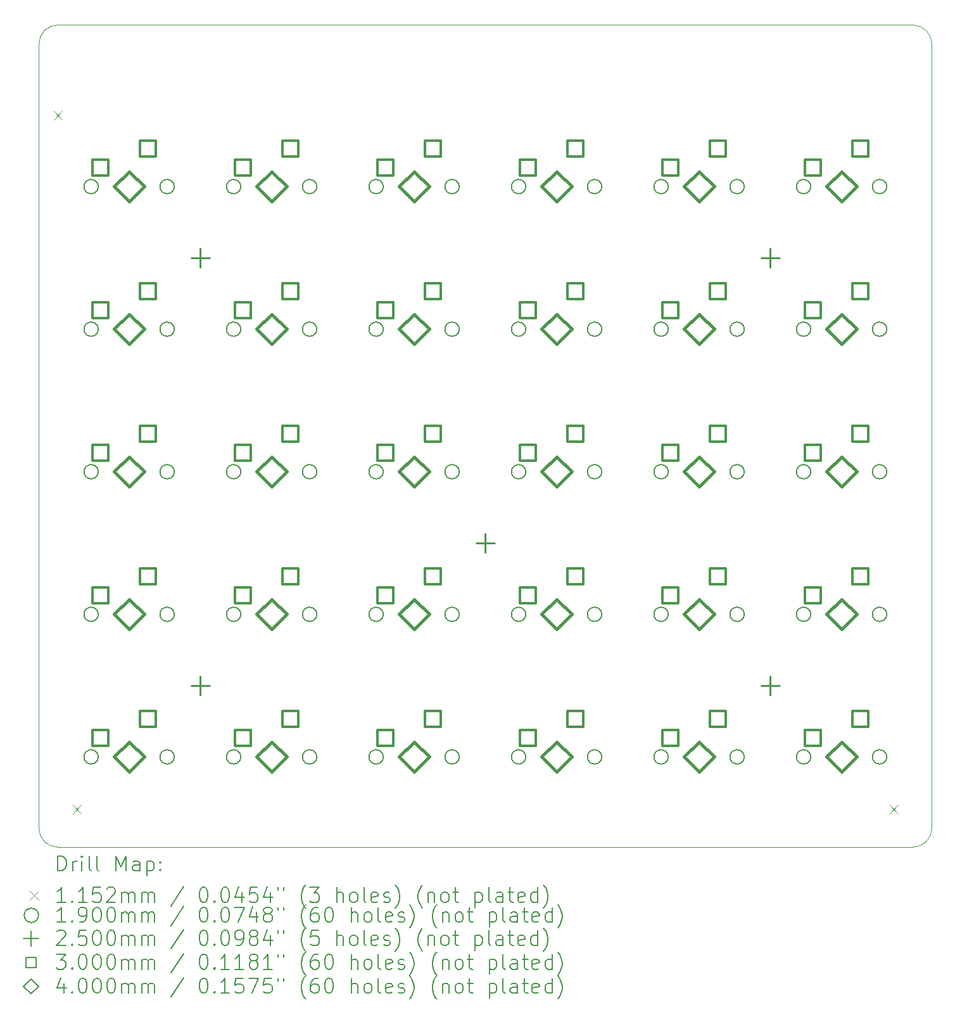
<source format=gbr>
%FSLAX45Y45*%
G04 Gerber Fmt 4.5, Leading zero omitted, Abs format (unit mm)*
G04 Created by KiCad (PCBNEW (6.0.5-0)) date 2022-06-17 00:43:15*
%MOMM*%
%LPD*%
G01*
G04 APERTURE LIST*
%TA.AperFunction,Profile*%
%ADD10C,0.120000*%
%TD*%
%ADD11C,0.200000*%
%ADD12C,0.115200*%
%ADD13C,0.190000*%
%ADD14C,0.250000*%
%ADD15C,0.300000*%
%ADD16C,0.400000*%
G04 APERTURE END LIST*
D10*
X-10477500Y-8826500D02*
X952500Y-8826500D01*
X952500Y-8826500D02*
G75*
G03*
X1206500Y-8572500I0J254000D01*
G01*
X1206500Y1905000D02*
G75*
G03*
X952500Y2159000I-254000J0D01*
G01*
X1206500Y1905000D02*
X1206500Y-8572500D01*
X-10731500Y-8572500D02*
G75*
G03*
X-10477500Y-8826500I254000J0D01*
G01*
X952500Y2159000D02*
X-10477500Y2159000D01*
X-10477500Y2159000D02*
G75*
G03*
X-10731500Y1905000I0J-254000D01*
G01*
X-10731500Y1905000D02*
X-10731500Y-8572500D01*
D11*
D12*
X-10535100Y1010100D02*
X-10419900Y894900D01*
X-10419900Y1010100D02*
X-10535100Y894900D01*
X-10281100Y-8260900D02*
X-10165900Y-8376100D01*
X-10165900Y-8260900D02*
X-10281100Y-8376100D01*
X640900Y-8260900D02*
X756100Y-8376100D01*
X756100Y-8260900D02*
X640900Y-8376100D01*
D13*
X-9938000Y0D02*
G75*
G03*
X-9938000Y0I-95000J0D01*
G01*
X-9938000Y-1905000D02*
G75*
G03*
X-9938000Y-1905000I-95000J0D01*
G01*
X-9938000Y-3810000D02*
G75*
G03*
X-9938000Y-3810000I-95000J0D01*
G01*
X-9938000Y-5715000D02*
G75*
G03*
X-9938000Y-5715000I-95000J0D01*
G01*
X-9938000Y-7620000D02*
G75*
G03*
X-9938000Y-7620000I-95000J0D01*
G01*
X-8922000Y0D02*
G75*
G03*
X-8922000Y0I-95000J0D01*
G01*
X-8922000Y-1905000D02*
G75*
G03*
X-8922000Y-1905000I-95000J0D01*
G01*
X-8922000Y-3810000D02*
G75*
G03*
X-8922000Y-3810000I-95000J0D01*
G01*
X-8922000Y-5715000D02*
G75*
G03*
X-8922000Y-5715000I-95000J0D01*
G01*
X-8922000Y-7620000D02*
G75*
G03*
X-8922000Y-7620000I-95000J0D01*
G01*
X-8033000Y0D02*
G75*
G03*
X-8033000Y0I-95000J0D01*
G01*
X-8033000Y-1905000D02*
G75*
G03*
X-8033000Y-1905000I-95000J0D01*
G01*
X-8033000Y-3810000D02*
G75*
G03*
X-8033000Y-3810000I-95000J0D01*
G01*
X-8033000Y-5715000D02*
G75*
G03*
X-8033000Y-5715000I-95000J0D01*
G01*
X-8033000Y-7620000D02*
G75*
G03*
X-8033000Y-7620000I-95000J0D01*
G01*
X-7017000Y0D02*
G75*
G03*
X-7017000Y0I-95000J0D01*
G01*
X-7017000Y-1905000D02*
G75*
G03*
X-7017000Y-1905000I-95000J0D01*
G01*
X-7017000Y-3810000D02*
G75*
G03*
X-7017000Y-3810000I-95000J0D01*
G01*
X-7017000Y-5715000D02*
G75*
G03*
X-7017000Y-5715000I-95000J0D01*
G01*
X-7017000Y-7620000D02*
G75*
G03*
X-7017000Y-7620000I-95000J0D01*
G01*
X-6128000Y0D02*
G75*
G03*
X-6128000Y0I-95000J0D01*
G01*
X-6128000Y-1905000D02*
G75*
G03*
X-6128000Y-1905000I-95000J0D01*
G01*
X-6128000Y-3810000D02*
G75*
G03*
X-6128000Y-3810000I-95000J0D01*
G01*
X-6128000Y-5715000D02*
G75*
G03*
X-6128000Y-5715000I-95000J0D01*
G01*
X-6128000Y-7620000D02*
G75*
G03*
X-6128000Y-7620000I-95000J0D01*
G01*
X-5112000Y0D02*
G75*
G03*
X-5112000Y0I-95000J0D01*
G01*
X-5112000Y-1905000D02*
G75*
G03*
X-5112000Y-1905000I-95000J0D01*
G01*
X-5112000Y-3810000D02*
G75*
G03*
X-5112000Y-3810000I-95000J0D01*
G01*
X-5112000Y-5715000D02*
G75*
G03*
X-5112000Y-5715000I-95000J0D01*
G01*
X-5112000Y-7620000D02*
G75*
G03*
X-5112000Y-7620000I-95000J0D01*
G01*
X-4223000Y0D02*
G75*
G03*
X-4223000Y0I-95000J0D01*
G01*
X-4223000Y-1905000D02*
G75*
G03*
X-4223000Y-1905000I-95000J0D01*
G01*
X-4223000Y-3810000D02*
G75*
G03*
X-4223000Y-3810000I-95000J0D01*
G01*
X-4223000Y-5715000D02*
G75*
G03*
X-4223000Y-5715000I-95000J0D01*
G01*
X-4223000Y-7620000D02*
G75*
G03*
X-4223000Y-7620000I-95000J0D01*
G01*
X-3207000Y0D02*
G75*
G03*
X-3207000Y0I-95000J0D01*
G01*
X-3207000Y-1905000D02*
G75*
G03*
X-3207000Y-1905000I-95000J0D01*
G01*
X-3207000Y-3810000D02*
G75*
G03*
X-3207000Y-3810000I-95000J0D01*
G01*
X-3207000Y-5715000D02*
G75*
G03*
X-3207000Y-5715000I-95000J0D01*
G01*
X-3207000Y-7620000D02*
G75*
G03*
X-3207000Y-7620000I-95000J0D01*
G01*
X-2318000Y0D02*
G75*
G03*
X-2318000Y0I-95000J0D01*
G01*
X-2318000Y-1905000D02*
G75*
G03*
X-2318000Y-1905000I-95000J0D01*
G01*
X-2318000Y-3810000D02*
G75*
G03*
X-2318000Y-3810000I-95000J0D01*
G01*
X-2318000Y-5715000D02*
G75*
G03*
X-2318000Y-5715000I-95000J0D01*
G01*
X-2318000Y-7620000D02*
G75*
G03*
X-2318000Y-7620000I-95000J0D01*
G01*
X-1302000Y0D02*
G75*
G03*
X-1302000Y0I-95000J0D01*
G01*
X-1302000Y-1905000D02*
G75*
G03*
X-1302000Y-1905000I-95000J0D01*
G01*
X-1302000Y-3810000D02*
G75*
G03*
X-1302000Y-3810000I-95000J0D01*
G01*
X-1302000Y-5715000D02*
G75*
G03*
X-1302000Y-5715000I-95000J0D01*
G01*
X-1302000Y-7620000D02*
G75*
G03*
X-1302000Y-7620000I-95000J0D01*
G01*
X-413000Y0D02*
G75*
G03*
X-413000Y0I-95000J0D01*
G01*
X-413000Y-1905000D02*
G75*
G03*
X-413000Y-1905000I-95000J0D01*
G01*
X-413000Y-3810000D02*
G75*
G03*
X-413000Y-3810000I-95000J0D01*
G01*
X-413000Y-5715000D02*
G75*
G03*
X-413000Y-5715000I-95000J0D01*
G01*
X-413000Y-7620000D02*
G75*
G03*
X-413000Y-7620000I-95000J0D01*
G01*
X603000Y0D02*
G75*
G03*
X603000Y0I-95000J0D01*
G01*
X603000Y-1905000D02*
G75*
G03*
X603000Y-1905000I-95000J0D01*
G01*
X603000Y-3810000D02*
G75*
G03*
X603000Y-3810000I-95000J0D01*
G01*
X603000Y-5715000D02*
G75*
G03*
X603000Y-5715000I-95000J0D01*
G01*
X603000Y-7620000D02*
G75*
G03*
X603000Y-7620000I-95000J0D01*
G01*
D14*
X-8572500Y-827500D02*
X-8572500Y-1077500D01*
X-8697500Y-952500D02*
X-8447500Y-952500D01*
X-8572500Y-6542500D02*
X-8572500Y-6792500D01*
X-8697500Y-6667500D02*
X-8447500Y-6667500D01*
X-4762500Y-4637500D02*
X-4762500Y-4887500D01*
X-4887500Y-4762500D02*
X-4637500Y-4762500D01*
X-952500Y-827500D02*
X-952500Y-1077500D01*
X-1077500Y-952500D02*
X-827500Y-952500D01*
X-952500Y-6542500D02*
X-952500Y-6792500D01*
X-1077500Y-6667500D02*
X-827500Y-6667500D01*
D15*
X-9799933Y147933D02*
X-9799933Y360067D01*
X-10012067Y360067D01*
X-10012067Y147933D01*
X-9799933Y147933D01*
X-9799933Y-1757067D02*
X-9799933Y-1544933D01*
X-10012067Y-1544933D01*
X-10012067Y-1757067D01*
X-9799933Y-1757067D01*
X-9799933Y-3662067D02*
X-9799933Y-3449933D01*
X-10012067Y-3449933D01*
X-10012067Y-3662067D01*
X-9799933Y-3662067D01*
X-9799933Y-5567067D02*
X-9799933Y-5354933D01*
X-10012067Y-5354933D01*
X-10012067Y-5567067D01*
X-9799933Y-5567067D01*
X-9799933Y-7472067D02*
X-9799933Y-7259933D01*
X-10012067Y-7259933D01*
X-10012067Y-7472067D01*
X-9799933Y-7472067D01*
X-9164933Y401933D02*
X-9164933Y614067D01*
X-9377067Y614067D01*
X-9377067Y401933D01*
X-9164933Y401933D01*
X-9164933Y-1503067D02*
X-9164933Y-1290933D01*
X-9377067Y-1290933D01*
X-9377067Y-1503067D01*
X-9164933Y-1503067D01*
X-9164933Y-3408067D02*
X-9164933Y-3195933D01*
X-9377067Y-3195933D01*
X-9377067Y-3408067D01*
X-9164933Y-3408067D01*
X-9164933Y-5313067D02*
X-9164933Y-5100933D01*
X-9377067Y-5100933D01*
X-9377067Y-5313067D01*
X-9164933Y-5313067D01*
X-9164933Y-7218067D02*
X-9164933Y-7005933D01*
X-9377067Y-7005933D01*
X-9377067Y-7218067D01*
X-9164933Y-7218067D01*
X-7894933Y147933D02*
X-7894933Y360067D01*
X-8107067Y360067D01*
X-8107067Y147933D01*
X-7894933Y147933D01*
X-7894933Y-1757067D02*
X-7894933Y-1544933D01*
X-8107067Y-1544933D01*
X-8107067Y-1757067D01*
X-7894933Y-1757067D01*
X-7894933Y-3662067D02*
X-7894933Y-3449933D01*
X-8107067Y-3449933D01*
X-8107067Y-3662067D01*
X-7894933Y-3662067D01*
X-7894933Y-5567067D02*
X-7894933Y-5354933D01*
X-8107067Y-5354933D01*
X-8107067Y-5567067D01*
X-7894933Y-5567067D01*
X-7894933Y-7472067D02*
X-7894933Y-7259933D01*
X-8107067Y-7259933D01*
X-8107067Y-7472067D01*
X-7894933Y-7472067D01*
X-7259933Y401933D02*
X-7259933Y614067D01*
X-7472067Y614067D01*
X-7472067Y401933D01*
X-7259933Y401933D01*
X-7259933Y-1503067D02*
X-7259933Y-1290933D01*
X-7472067Y-1290933D01*
X-7472067Y-1503067D01*
X-7259933Y-1503067D01*
X-7259933Y-3408067D02*
X-7259933Y-3195933D01*
X-7472067Y-3195933D01*
X-7472067Y-3408067D01*
X-7259933Y-3408067D01*
X-7259933Y-5313067D02*
X-7259933Y-5100933D01*
X-7472067Y-5100933D01*
X-7472067Y-5313067D01*
X-7259933Y-5313067D01*
X-7259933Y-7218067D02*
X-7259933Y-7005933D01*
X-7472067Y-7005933D01*
X-7472067Y-7218067D01*
X-7259933Y-7218067D01*
X-5989933Y147933D02*
X-5989933Y360067D01*
X-6202067Y360067D01*
X-6202067Y147933D01*
X-5989933Y147933D01*
X-5989933Y-1757067D02*
X-5989933Y-1544933D01*
X-6202067Y-1544933D01*
X-6202067Y-1757067D01*
X-5989933Y-1757067D01*
X-5989933Y-3662067D02*
X-5989933Y-3449933D01*
X-6202067Y-3449933D01*
X-6202067Y-3662067D01*
X-5989933Y-3662067D01*
X-5989933Y-5567067D02*
X-5989933Y-5354933D01*
X-6202067Y-5354933D01*
X-6202067Y-5567067D01*
X-5989933Y-5567067D01*
X-5989933Y-7472067D02*
X-5989933Y-7259933D01*
X-6202067Y-7259933D01*
X-6202067Y-7472067D01*
X-5989933Y-7472067D01*
X-5354933Y401933D02*
X-5354933Y614067D01*
X-5567067Y614067D01*
X-5567067Y401933D01*
X-5354933Y401933D01*
X-5354933Y-1503067D02*
X-5354933Y-1290933D01*
X-5567067Y-1290933D01*
X-5567067Y-1503067D01*
X-5354933Y-1503067D01*
X-5354933Y-3408067D02*
X-5354933Y-3195933D01*
X-5567067Y-3195933D01*
X-5567067Y-3408067D01*
X-5354933Y-3408067D01*
X-5354933Y-5313067D02*
X-5354933Y-5100933D01*
X-5567067Y-5100933D01*
X-5567067Y-5313067D01*
X-5354933Y-5313067D01*
X-5354933Y-7218067D02*
X-5354933Y-7005933D01*
X-5567067Y-7005933D01*
X-5567067Y-7218067D01*
X-5354933Y-7218067D01*
X-4084933Y147933D02*
X-4084933Y360067D01*
X-4297067Y360067D01*
X-4297067Y147933D01*
X-4084933Y147933D01*
X-4084933Y-1757067D02*
X-4084933Y-1544933D01*
X-4297067Y-1544933D01*
X-4297067Y-1757067D01*
X-4084933Y-1757067D01*
X-4084933Y-3662067D02*
X-4084933Y-3449933D01*
X-4297067Y-3449933D01*
X-4297067Y-3662067D01*
X-4084933Y-3662067D01*
X-4084933Y-5567067D02*
X-4084933Y-5354933D01*
X-4297067Y-5354933D01*
X-4297067Y-5567067D01*
X-4084933Y-5567067D01*
X-4084933Y-7472067D02*
X-4084933Y-7259933D01*
X-4297067Y-7259933D01*
X-4297067Y-7472067D01*
X-4084933Y-7472067D01*
X-3449933Y401933D02*
X-3449933Y614067D01*
X-3662067Y614067D01*
X-3662067Y401933D01*
X-3449933Y401933D01*
X-3449933Y-1503067D02*
X-3449933Y-1290933D01*
X-3662067Y-1290933D01*
X-3662067Y-1503067D01*
X-3449933Y-1503067D01*
X-3449933Y-3408067D02*
X-3449933Y-3195933D01*
X-3662067Y-3195933D01*
X-3662067Y-3408067D01*
X-3449933Y-3408067D01*
X-3449933Y-5313067D02*
X-3449933Y-5100933D01*
X-3662067Y-5100933D01*
X-3662067Y-5313067D01*
X-3449933Y-5313067D01*
X-3449933Y-7218067D02*
X-3449933Y-7005933D01*
X-3662067Y-7005933D01*
X-3662067Y-7218067D01*
X-3449933Y-7218067D01*
X-2179933Y147933D02*
X-2179933Y360067D01*
X-2392067Y360067D01*
X-2392067Y147933D01*
X-2179933Y147933D01*
X-2179933Y-1757067D02*
X-2179933Y-1544933D01*
X-2392067Y-1544933D01*
X-2392067Y-1757067D01*
X-2179933Y-1757067D01*
X-2179933Y-3662067D02*
X-2179933Y-3449933D01*
X-2392067Y-3449933D01*
X-2392067Y-3662067D01*
X-2179933Y-3662067D01*
X-2179933Y-5567067D02*
X-2179933Y-5354933D01*
X-2392067Y-5354933D01*
X-2392067Y-5567067D01*
X-2179933Y-5567067D01*
X-2179933Y-7472067D02*
X-2179933Y-7259933D01*
X-2392067Y-7259933D01*
X-2392067Y-7472067D01*
X-2179933Y-7472067D01*
X-1544933Y401933D02*
X-1544933Y614067D01*
X-1757067Y614067D01*
X-1757067Y401933D01*
X-1544933Y401933D01*
X-1544933Y-1503067D02*
X-1544933Y-1290933D01*
X-1757067Y-1290933D01*
X-1757067Y-1503067D01*
X-1544933Y-1503067D01*
X-1544933Y-3408067D02*
X-1544933Y-3195933D01*
X-1757067Y-3195933D01*
X-1757067Y-3408067D01*
X-1544933Y-3408067D01*
X-1544933Y-5313067D02*
X-1544933Y-5100933D01*
X-1757067Y-5100933D01*
X-1757067Y-5313067D01*
X-1544933Y-5313067D01*
X-1544933Y-7218067D02*
X-1544933Y-7005933D01*
X-1757067Y-7005933D01*
X-1757067Y-7218067D01*
X-1544933Y-7218067D01*
X-274933Y147933D02*
X-274933Y360067D01*
X-487067Y360067D01*
X-487067Y147933D01*
X-274933Y147933D01*
X-274933Y-1757067D02*
X-274933Y-1544933D01*
X-487067Y-1544933D01*
X-487067Y-1757067D01*
X-274933Y-1757067D01*
X-274933Y-3662067D02*
X-274933Y-3449933D01*
X-487067Y-3449933D01*
X-487067Y-3662067D01*
X-274933Y-3662067D01*
X-274933Y-5567067D02*
X-274933Y-5354933D01*
X-487067Y-5354933D01*
X-487067Y-5567067D01*
X-274933Y-5567067D01*
X-274933Y-7472067D02*
X-274933Y-7259933D01*
X-487067Y-7259933D01*
X-487067Y-7472067D01*
X-274933Y-7472067D01*
X360067Y401933D02*
X360067Y614067D01*
X147933Y614067D01*
X147933Y401933D01*
X360067Y401933D01*
X360067Y-1503067D02*
X360067Y-1290933D01*
X147933Y-1290933D01*
X147933Y-1503067D01*
X360067Y-1503067D01*
X360067Y-3408067D02*
X360067Y-3195933D01*
X147933Y-3195933D01*
X147933Y-3408067D01*
X360067Y-3408067D01*
X360067Y-5313067D02*
X360067Y-5100933D01*
X147933Y-5100933D01*
X147933Y-5313067D01*
X360067Y-5313067D01*
X360067Y-7218067D02*
X360067Y-7005933D01*
X147933Y-7005933D01*
X147933Y-7218067D01*
X360067Y-7218067D01*
D16*
X-9525000Y-200000D02*
X-9325000Y0D01*
X-9525000Y200000D01*
X-9725000Y0D01*
X-9525000Y-200000D01*
X-9525000Y-200000D02*
X-9325000Y0D01*
X-9525000Y200000D01*
X-9725000Y0D01*
X-9525000Y-200000D01*
X-9525000Y-2105000D02*
X-9325000Y-1905000D01*
X-9525000Y-1705000D01*
X-9725000Y-1905000D01*
X-9525000Y-2105000D01*
X-9525000Y-2105000D02*
X-9325000Y-1905000D01*
X-9525000Y-1705000D01*
X-9725000Y-1905000D01*
X-9525000Y-2105000D01*
X-9525000Y-4010000D02*
X-9325000Y-3810000D01*
X-9525000Y-3610000D01*
X-9725000Y-3810000D01*
X-9525000Y-4010000D01*
X-9525000Y-4010000D02*
X-9325000Y-3810000D01*
X-9525000Y-3610000D01*
X-9725000Y-3810000D01*
X-9525000Y-4010000D01*
X-9525000Y-5915000D02*
X-9325000Y-5715000D01*
X-9525000Y-5515000D01*
X-9725000Y-5715000D01*
X-9525000Y-5915000D01*
X-9525000Y-5915000D02*
X-9325000Y-5715000D01*
X-9525000Y-5515000D01*
X-9725000Y-5715000D01*
X-9525000Y-5915000D01*
X-9525000Y-7820000D02*
X-9325000Y-7620000D01*
X-9525000Y-7420000D01*
X-9725000Y-7620000D01*
X-9525000Y-7820000D01*
X-9525000Y-7820000D02*
X-9325000Y-7620000D01*
X-9525000Y-7420000D01*
X-9725000Y-7620000D01*
X-9525000Y-7820000D01*
X-7620000Y-200000D02*
X-7420000Y0D01*
X-7620000Y200000D01*
X-7820000Y0D01*
X-7620000Y-200000D01*
X-7620000Y-200000D02*
X-7420000Y0D01*
X-7620000Y200000D01*
X-7820000Y0D01*
X-7620000Y-200000D01*
X-7620000Y-2105000D02*
X-7420000Y-1905000D01*
X-7620000Y-1705000D01*
X-7820000Y-1905000D01*
X-7620000Y-2105000D01*
X-7620000Y-2105000D02*
X-7420000Y-1905000D01*
X-7620000Y-1705000D01*
X-7820000Y-1905000D01*
X-7620000Y-2105000D01*
X-7620000Y-4010000D02*
X-7420000Y-3810000D01*
X-7620000Y-3610000D01*
X-7820000Y-3810000D01*
X-7620000Y-4010000D01*
X-7620000Y-4010000D02*
X-7420000Y-3810000D01*
X-7620000Y-3610000D01*
X-7820000Y-3810000D01*
X-7620000Y-4010000D01*
X-7620000Y-5915000D02*
X-7420000Y-5715000D01*
X-7620000Y-5515000D01*
X-7820000Y-5715000D01*
X-7620000Y-5915000D01*
X-7620000Y-5915000D02*
X-7420000Y-5715000D01*
X-7620000Y-5515000D01*
X-7820000Y-5715000D01*
X-7620000Y-5915000D01*
X-7620000Y-7820000D02*
X-7420000Y-7620000D01*
X-7620000Y-7420000D01*
X-7820000Y-7620000D01*
X-7620000Y-7820000D01*
X-7620000Y-7820000D02*
X-7420000Y-7620000D01*
X-7620000Y-7420000D01*
X-7820000Y-7620000D01*
X-7620000Y-7820000D01*
X-5715000Y-200000D02*
X-5515000Y0D01*
X-5715000Y200000D01*
X-5915000Y0D01*
X-5715000Y-200000D01*
X-5715000Y-200000D02*
X-5515000Y0D01*
X-5715000Y200000D01*
X-5915000Y0D01*
X-5715000Y-200000D01*
X-5715000Y-2105000D02*
X-5515000Y-1905000D01*
X-5715000Y-1705000D01*
X-5915000Y-1905000D01*
X-5715000Y-2105000D01*
X-5715000Y-2105000D02*
X-5515000Y-1905000D01*
X-5715000Y-1705000D01*
X-5915000Y-1905000D01*
X-5715000Y-2105000D01*
X-5715000Y-4010000D02*
X-5515000Y-3810000D01*
X-5715000Y-3610000D01*
X-5915000Y-3810000D01*
X-5715000Y-4010000D01*
X-5715000Y-4010000D02*
X-5515000Y-3810000D01*
X-5715000Y-3610000D01*
X-5915000Y-3810000D01*
X-5715000Y-4010000D01*
X-5715000Y-5915000D02*
X-5515000Y-5715000D01*
X-5715000Y-5515000D01*
X-5915000Y-5715000D01*
X-5715000Y-5915000D01*
X-5715000Y-5915000D02*
X-5515000Y-5715000D01*
X-5715000Y-5515000D01*
X-5915000Y-5715000D01*
X-5715000Y-5915000D01*
X-5715000Y-7820000D02*
X-5515000Y-7620000D01*
X-5715000Y-7420000D01*
X-5915000Y-7620000D01*
X-5715000Y-7820000D01*
X-5715000Y-7820000D02*
X-5515000Y-7620000D01*
X-5715000Y-7420000D01*
X-5915000Y-7620000D01*
X-5715000Y-7820000D01*
X-3810000Y-200000D02*
X-3610000Y0D01*
X-3810000Y200000D01*
X-4010000Y0D01*
X-3810000Y-200000D01*
X-3810000Y-200000D02*
X-3610000Y0D01*
X-3810000Y200000D01*
X-4010000Y0D01*
X-3810000Y-200000D01*
X-3810000Y-2105000D02*
X-3610000Y-1905000D01*
X-3810000Y-1705000D01*
X-4010000Y-1905000D01*
X-3810000Y-2105000D01*
X-3810000Y-2105000D02*
X-3610000Y-1905000D01*
X-3810000Y-1705000D01*
X-4010000Y-1905000D01*
X-3810000Y-2105000D01*
X-3810000Y-4010000D02*
X-3610000Y-3810000D01*
X-3810000Y-3610000D01*
X-4010000Y-3810000D01*
X-3810000Y-4010000D01*
X-3810000Y-4010000D02*
X-3610000Y-3810000D01*
X-3810000Y-3610000D01*
X-4010000Y-3810000D01*
X-3810000Y-4010000D01*
X-3810000Y-5915000D02*
X-3610000Y-5715000D01*
X-3810000Y-5515000D01*
X-4010000Y-5715000D01*
X-3810000Y-5915000D01*
X-3810000Y-5915000D02*
X-3610000Y-5715000D01*
X-3810000Y-5515000D01*
X-4010000Y-5715000D01*
X-3810000Y-5915000D01*
X-3810000Y-7820000D02*
X-3610000Y-7620000D01*
X-3810000Y-7420000D01*
X-4010000Y-7620000D01*
X-3810000Y-7820000D01*
X-3810000Y-7820000D02*
X-3610000Y-7620000D01*
X-3810000Y-7420000D01*
X-4010000Y-7620000D01*
X-3810000Y-7820000D01*
X-1905000Y-200000D02*
X-1705000Y0D01*
X-1905000Y200000D01*
X-2105000Y0D01*
X-1905000Y-200000D01*
X-1905000Y-200000D02*
X-1705000Y0D01*
X-1905000Y200000D01*
X-2105000Y0D01*
X-1905000Y-200000D01*
X-1905000Y-2105000D02*
X-1705000Y-1905000D01*
X-1905000Y-1705000D01*
X-2105000Y-1905000D01*
X-1905000Y-2105000D01*
X-1905000Y-2105000D02*
X-1705000Y-1905000D01*
X-1905000Y-1705000D01*
X-2105000Y-1905000D01*
X-1905000Y-2105000D01*
X-1905000Y-4010000D02*
X-1705000Y-3810000D01*
X-1905000Y-3610000D01*
X-2105000Y-3810000D01*
X-1905000Y-4010000D01*
X-1905000Y-4010000D02*
X-1705000Y-3810000D01*
X-1905000Y-3610000D01*
X-2105000Y-3810000D01*
X-1905000Y-4010000D01*
X-1905000Y-5915000D02*
X-1705000Y-5715000D01*
X-1905000Y-5515000D01*
X-2105000Y-5715000D01*
X-1905000Y-5915000D01*
X-1905000Y-5915000D02*
X-1705000Y-5715000D01*
X-1905000Y-5515000D01*
X-2105000Y-5715000D01*
X-1905000Y-5915000D01*
X-1905000Y-7820000D02*
X-1705000Y-7620000D01*
X-1905000Y-7420000D01*
X-2105000Y-7620000D01*
X-1905000Y-7820000D01*
X-1905000Y-7820000D02*
X-1705000Y-7620000D01*
X-1905000Y-7420000D01*
X-2105000Y-7620000D01*
X-1905000Y-7820000D01*
X0Y-200000D02*
X200000Y0D01*
X0Y200000D01*
X-200000Y0D01*
X0Y-200000D01*
X0Y-200000D02*
X200000Y0D01*
X0Y200000D01*
X-200000Y0D01*
X0Y-200000D01*
X0Y-2105000D02*
X200000Y-1905000D01*
X0Y-1705000D01*
X-200000Y-1905000D01*
X0Y-2105000D01*
X0Y-2105000D02*
X200000Y-1905000D01*
X0Y-1705000D01*
X-200000Y-1905000D01*
X0Y-2105000D01*
X0Y-4010000D02*
X200000Y-3810000D01*
X0Y-3610000D01*
X-200000Y-3810000D01*
X0Y-4010000D01*
X0Y-4010000D02*
X200000Y-3810000D01*
X0Y-3610000D01*
X-200000Y-3810000D01*
X0Y-4010000D01*
X0Y-5915000D02*
X200000Y-5715000D01*
X0Y-5515000D01*
X-200000Y-5715000D01*
X0Y-5915000D01*
X0Y-5915000D02*
X200000Y-5715000D01*
X0Y-5515000D01*
X-200000Y-5715000D01*
X0Y-5915000D01*
X0Y-7820000D02*
X200000Y-7620000D01*
X0Y-7420000D01*
X-200000Y-7620000D01*
X0Y-7820000D01*
X0Y-7820000D02*
X200000Y-7620000D01*
X0Y-7420000D01*
X-200000Y-7620000D01*
X0Y-7820000D01*
D11*
X-10479881Y-9142976D02*
X-10479881Y-8942976D01*
X-10432262Y-8942976D01*
X-10403691Y-8952500D01*
X-10384643Y-8971548D01*
X-10375119Y-8990595D01*
X-10365595Y-9028690D01*
X-10365595Y-9057262D01*
X-10375119Y-9095357D01*
X-10384643Y-9114405D01*
X-10403691Y-9133452D01*
X-10432262Y-9142976D01*
X-10479881Y-9142976D01*
X-10279881Y-9142976D02*
X-10279881Y-9009643D01*
X-10279881Y-9047738D02*
X-10270357Y-9028690D01*
X-10260833Y-9019167D01*
X-10241786Y-9009643D01*
X-10222738Y-9009643D01*
X-10156072Y-9142976D02*
X-10156072Y-9009643D01*
X-10156072Y-8942976D02*
X-10165595Y-8952500D01*
X-10156072Y-8962024D01*
X-10146548Y-8952500D01*
X-10156072Y-8942976D01*
X-10156072Y-8962024D01*
X-10032262Y-9142976D02*
X-10051310Y-9133452D01*
X-10060833Y-9114405D01*
X-10060833Y-8942976D01*
X-9927500Y-9142976D02*
X-9946548Y-9133452D01*
X-9956072Y-9114405D01*
X-9956072Y-8942976D01*
X-9698929Y-9142976D02*
X-9698929Y-8942976D01*
X-9632262Y-9085833D01*
X-9565595Y-8942976D01*
X-9565595Y-9142976D01*
X-9384643Y-9142976D02*
X-9384643Y-9038214D01*
X-9394167Y-9019167D01*
X-9413214Y-9009643D01*
X-9451310Y-9009643D01*
X-9470357Y-9019167D01*
X-9384643Y-9133452D02*
X-9403691Y-9142976D01*
X-9451310Y-9142976D01*
X-9470357Y-9133452D01*
X-9479881Y-9114405D01*
X-9479881Y-9095357D01*
X-9470357Y-9076310D01*
X-9451310Y-9066786D01*
X-9403691Y-9066786D01*
X-9384643Y-9057262D01*
X-9289405Y-9009643D02*
X-9289405Y-9209643D01*
X-9289405Y-9019167D02*
X-9270357Y-9009643D01*
X-9232262Y-9009643D01*
X-9213214Y-9019167D01*
X-9203691Y-9028690D01*
X-9194167Y-9047738D01*
X-9194167Y-9104881D01*
X-9203691Y-9123929D01*
X-9213214Y-9133452D01*
X-9232262Y-9142976D01*
X-9270357Y-9142976D01*
X-9289405Y-9133452D01*
X-9108452Y-9123929D02*
X-9098929Y-9133452D01*
X-9108452Y-9142976D01*
X-9117976Y-9133452D01*
X-9108452Y-9123929D01*
X-9108452Y-9142976D01*
X-9108452Y-9019167D02*
X-9098929Y-9028690D01*
X-9108452Y-9038214D01*
X-9117976Y-9028690D01*
X-9108452Y-9019167D01*
X-9108452Y-9038214D01*
D12*
X-10852700Y-9414900D02*
X-10737500Y-9530100D01*
X-10737500Y-9414900D02*
X-10852700Y-9530100D01*
D11*
X-10375119Y-9562976D02*
X-10489405Y-9562976D01*
X-10432262Y-9562976D02*
X-10432262Y-9362976D01*
X-10451310Y-9391548D01*
X-10470357Y-9410595D01*
X-10489405Y-9420119D01*
X-10289405Y-9543929D02*
X-10279881Y-9553452D01*
X-10289405Y-9562976D01*
X-10298929Y-9553452D01*
X-10289405Y-9543929D01*
X-10289405Y-9562976D01*
X-10089405Y-9562976D02*
X-10203691Y-9562976D01*
X-10146548Y-9562976D02*
X-10146548Y-9362976D01*
X-10165595Y-9391548D01*
X-10184643Y-9410595D01*
X-10203691Y-9420119D01*
X-9908452Y-9362976D02*
X-10003691Y-9362976D01*
X-10013214Y-9458214D01*
X-10003691Y-9448690D01*
X-9984643Y-9439167D01*
X-9937024Y-9439167D01*
X-9917976Y-9448690D01*
X-9908452Y-9458214D01*
X-9898929Y-9477262D01*
X-9898929Y-9524881D01*
X-9908452Y-9543929D01*
X-9917976Y-9553452D01*
X-9937024Y-9562976D01*
X-9984643Y-9562976D01*
X-10003691Y-9553452D01*
X-10013214Y-9543929D01*
X-9822738Y-9382024D02*
X-9813214Y-9372500D01*
X-9794167Y-9362976D01*
X-9746548Y-9362976D01*
X-9727500Y-9372500D01*
X-9717976Y-9382024D01*
X-9708452Y-9401071D01*
X-9708452Y-9420119D01*
X-9717976Y-9448690D01*
X-9832262Y-9562976D01*
X-9708452Y-9562976D01*
X-9622738Y-9562976D02*
X-9622738Y-9429643D01*
X-9622738Y-9448690D02*
X-9613214Y-9439167D01*
X-9594167Y-9429643D01*
X-9565595Y-9429643D01*
X-9546548Y-9439167D01*
X-9537024Y-9458214D01*
X-9537024Y-9562976D01*
X-9537024Y-9458214D02*
X-9527500Y-9439167D01*
X-9508452Y-9429643D01*
X-9479881Y-9429643D01*
X-9460833Y-9439167D01*
X-9451310Y-9458214D01*
X-9451310Y-9562976D01*
X-9356072Y-9562976D02*
X-9356072Y-9429643D01*
X-9356072Y-9448690D02*
X-9346548Y-9439167D01*
X-9327500Y-9429643D01*
X-9298929Y-9429643D01*
X-9279881Y-9439167D01*
X-9270357Y-9458214D01*
X-9270357Y-9562976D01*
X-9270357Y-9458214D02*
X-9260833Y-9439167D01*
X-9241786Y-9429643D01*
X-9213214Y-9429643D01*
X-9194167Y-9439167D01*
X-9184643Y-9458214D01*
X-9184643Y-9562976D01*
X-8794167Y-9353452D02*
X-8965595Y-9610595D01*
X-8537024Y-9362976D02*
X-8517976Y-9362976D01*
X-8498929Y-9372500D01*
X-8489405Y-9382024D01*
X-8479881Y-9401071D01*
X-8470357Y-9439167D01*
X-8470357Y-9486786D01*
X-8479881Y-9524881D01*
X-8489405Y-9543929D01*
X-8498929Y-9553452D01*
X-8517976Y-9562976D01*
X-8537024Y-9562976D01*
X-8556072Y-9553452D01*
X-8565595Y-9543929D01*
X-8575119Y-9524881D01*
X-8584643Y-9486786D01*
X-8584643Y-9439167D01*
X-8575119Y-9401071D01*
X-8565595Y-9382024D01*
X-8556072Y-9372500D01*
X-8537024Y-9362976D01*
X-8384643Y-9543929D02*
X-8375119Y-9553452D01*
X-8384643Y-9562976D01*
X-8394167Y-9553452D01*
X-8384643Y-9543929D01*
X-8384643Y-9562976D01*
X-8251310Y-9362976D02*
X-8232262Y-9362976D01*
X-8213214Y-9372500D01*
X-8203690Y-9382024D01*
X-8194167Y-9401071D01*
X-8184643Y-9439167D01*
X-8184643Y-9486786D01*
X-8194167Y-9524881D01*
X-8203690Y-9543929D01*
X-8213214Y-9553452D01*
X-8232262Y-9562976D01*
X-8251310Y-9562976D01*
X-8270357Y-9553452D01*
X-8279881Y-9543929D01*
X-8289405Y-9524881D01*
X-8298929Y-9486786D01*
X-8298929Y-9439167D01*
X-8289405Y-9401071D01*
X-8279881Y-9382024D01*
X-8270357Y-9372500D01*
X-8251310Y-9362976D01*
X-8013214Y-9429643D02*
X-8013214Y-9562976D01*
X-8060833Y-9353452D02*
X-8108452Y-9496310D01*
X-7984643Y-9496310D01*
X-7813214Y-9362976D02*
X-7908452Y-9362976D01*
X-7917976Y-9458214D01*
X-7908452Y-9448690D01*
X-7889405Y-9439167D01*
X-7841786Y-9439167D01*
X-7822738Y-9448690D01*
X-7813214Y-9458214D01*
X-7803690Y-9477262D01*
X-7803690Y-9524881D01*
X-7813214Y-9543929D01*
X-7822738Y-9553452D01*
X-7841786Y-9562976D01*
X-7889405Y-9562976D01*
X-7908452Y-9553452D01*
X-7917976Y-9543929D01*
X-7632262Y-9429643D02*
X-7632262Y-9562976D01*
X-7679881Y-9353452D02*
X-7727500Y-9496310D01*
X-7603690Y-9496310D01*
X-7537024Y-9362976D02*
X-7537024Y-9401071D01*
X-7460833Y-9362976D02*
X-7460833Y-9401071D01*
X-7165595Y-9639167D02*
X-7175119Y-9629643D01*
X-7194167Y-9601071D01*
X-7203690Y-9582024D01*
X-7213214Y-9553452D01*
X-7222738Y-9505833D01*
X-7222738Y-9467738D01*
X-7213214Y-9420119D01*
X-7203690Y-9391548D01*
X-7194167Y-9372500D01*
X-7175119Y-9343929D01*
X-7165595Y-9334405D01*
X-7108452Y-9362976D02*
X-6984643Y-9362976D01*
X-7051310Y-9439167D01*
X-7022738Y-9439167D01*
X-7003690Y-9448690D01*
X-6994167Y-9458214D01*
X-6984643Y-9477262D01*
X-6984643Y-9524881D01*
X-6994167Y-9543929D01*
X-7003690Y-9553452D01*
X-7022738Y-9562976D01*
X-7079881Y-9562976D01*
X-7098929Y-9553452D01*
X-7108452Y-9543929D01*
X-6746548Y-9562976D02*
X-6746548Y-9362976D01*
X-6660833Y-9562976D02*
X-6660833Y-9458214D01*
X-6670357Y-9439167D01*
X-6689405Y-9429643D01*
X-6717976Y-9429643D01*
X-6737024Y-9439167D01*
X-6746548Y-9448690D01*
X-6537024Y-9562976D02*
X-6556071Y-9553452D01*
X-6565595Y-9543929D01*
X-6575119Y-9524881D01*
X-6575119Y-9467738D01*
X-6565595Y-9448690D01*
X-6556071Y-9439167D01*
X-6537024Y-9429643D01*
X-6508452Y-9429643D01*
X-6489405Y-9439167D01*
X-6479881Y-9448690D01*
X-6470357Y-9467738D01*
X-6470357Y-9524881D01*
X-6479881Y-9543929D01*
X-6489405Y-9553452D01*
X-6508452Y-9562976D01*
X-6537024Y-9562976D01*
X-6356071Y-9562976D02*
X-6375119Y-9553452D01*
X-6384643Y-9534405D01*
X-6384643Y-9362976D01*
X-6203690Y-9553452D02*
X-6222738Y-9562976D01*
X-6260833Y-9562976D01*
X-6279881Y-9553452D01*
X-6289405Y-9534405D01*
X-6289405Y-9458214D01*
X-6279881Y-9439167D01*
X-6260833Y-9429643D01*
X-6222738Y-9429643D01*
X-6203690Y-9439167D01*
X-6194167Y-9458214D01*
X-6194167Y-9477262D01*
X-6289405Y-9496310D01*
X-6117976Y-9553452D02*
X-6098929Y-9562976D01*
X-6060833Y-9562976D01*
X-6041786Y-9553452D01*
X-6032262Y-9534405D01*
X-6032262Y-9524881D01*
X-6041786Y-9505833D01*
X-6060833Y-9496310D01*
X-6089405Y-9496310D01*
X-6108452Y-9486786D01*
X-6117976Y-9467738D01*
X-6117976Y-9458214D01*
X-6108452Y-9439167D01*
X-6089405Y-9429643D01*
X-6060833Y-9429643D01*
X-6041786Y-9439167D01*
X-5965595Y-9639167D02*
X-5956071Y-9629643D01*
X-5937024Y-9601071D01*
X-5927500Y-9582024D01*
X-5917976Y-9553452D01*
X-5908452Y-9505833D01*
X-5908452Y-9467738D01*
X-5917976Y-9420119D01*
X-5927500Y-9391548D01*
X-5937024Y-9372500D01*
X-5956071Y-9343929D01*
X-5965595Y-9334405D01*
X-5603690Y-9639167D02*
X-5613214Y-9629643D01*
X-5632262Y-9601071D01*
X-5641786Y-9582024D01*
X-5651310Y-9553452D01*
X-5660833Y-9505833D01*
X-5660833Y-9467738D01*
X-5651310Y-9420119D01*
X-5641786Y-9391548D01*
X-5632262Y-9372500D01*
X-5613214Y-9343929D01*
X-5603690Y-9334405D01*
X-5527500Y-9429643D02*
X-5527500Y-9562976D01*
X-5527500Y-9448690D02*
X-5517976Y-9439167D01*
X-5498929Y-9429643D01*
X-5470357Y-9429643D01*
X-5451310Y-9439167D01*
X-5441786Y-9458214D01*
X-5441786Y-9562976D01*
X-5317976Y-9562976D02*
X-5337024Y-9553452D01*
X-5346548Y-9543929D01*
X-5356072Y-9524881D01*
X-5356072Y-9467738D01*
X-5346548Y-9448690D01*
X-5337024Y-9439167D01*
X-5317976Y-9429643D01*
X-5289405Y-9429643D01*
X-5270357Y-9439167D01*
X-5260833Y-9448690D01*
X-5251310Y-9467738D01*
X-5251310Y-9524881D01*
X-5260833Y-9543929D01*
X-5270357Y-9553452D01*
X-5289405Y-9562976D01*
X-5317976Y-9562976D01*
X-5194167Y-9429643D02*
X-5117976Y-9429643D01*
X-5165595Y-9362976D02*
X-5165595Y-9534405D01*
X-5156072Y-9553452D01*
X-5137024Y-9562976D01*
X-5117976Y-9562976D01*
X-4898929Y-9429643D02*
X-4898929Y-9629643D01*
X-4898929Y-9439167D02*
X-4879881Y-9429643D01*
X-4841786Y-9429643D01*
X-4822738Y-9439167D01*
X-4813214Y-9448690D01*
X-4803691Y-9467738D01*
X-4803691Y-9524881D01*
X-4813214Y-9543929D01*
X-4822738Y-9553452D01*
X-4841786Y-9562976D01*
X-4879881Y-9562976D01*
X-4898929Y-9553452D01*
X-4689405Y-9562976D02*
X-4708452Y-9553452D01*
X-4717976Y-9534405D01*
X-4717976Y-9362976D01*
X-4527500Y-9562976D02*
X-4527500Y-9458214D01*
X-4537024Y-9439167D01*
X-4556072Y-9429643D01*
X-4594167Y-9429643D01*
X-4613214Y-9439167D01*
X-4527500Y-9553452D02*
X-4546548Y-9562976D01*
X-4594167Y-9562976D01*
X-4613214Y-9553452D01*
X-4622738Y-9534405D01*
X-4622738Y-9515357D01*
X-4613214Y-9496310D01*
X-4594167Y-9486786D01*
X-4546548Y-9486786D01*
X-4527500Y-9477262D01*
X-4460833Y-9429643D02*
X-4384643Y-9429643D01*
X-4432262Y-9362976D02*
X-4432262Y-9534405D01*
X-4422738Y-9553452D01*
X-4403691Y-9562976D01*
X-4384643Y-9562976D01*
X-4241786Y-9553452D02*
X-4260833Y-9562976D01*
X-4298929Y-9562976D01*
X-4317976Y-9553452D01*
X-4327500Y-9534405D01*
X-4327500Y-9458214D01*
X-4317976Y-9439167D01*
X-4298929Y-9429643D01*
X-4260833Y-9429643D01*
X-4241786Y-9439167D01*
X-4232262Y-9458214D01*
X-4232262Y-9477262D01*
X-4327500Y-9496310D01*
X-4060833Y-9562976D02*
X-4060833Y-9362976D01*
X-4060833Y-9553452D02*
X-4079881Y-9562976D01*
X-4117976Y-9562976D01*
X-4137024Y-9553452D01*
X-4146548Y-9543929D01*
X-4156071Y-9524881D01*
X-4156071Y-9467738D01*
X-4146548Y-9448690D01*
X-4137024Y-9439167D01*
X-4117976Y-9429643D01*
X-4079881Y-9429643D01*
X-4060833Y-9439167D01*
X-3984643Y-9639167D02*
X-3975119Y-9629643D01*
X-3956071Y-9601071D01*
X-3946548Y-9582024D01*
X-3937024Y-9553452D01*
X-3927500Y-9505833D01*
X-3927500Y-9467738D01*
X-3937024Y-9420119D01*
X-3946548Y-9391548D01*
X-3956071Y-9372500D01*
X-3975119Y-9343929D01*
X-3984643Y-9334405D01*
D13*
X-10737500Y-9736500D02*
G75*
G03*
X-10737500Y-9736500I-95000J0D01*
G01*
D11*
X-10375119Y-9826976D02*
X-10489405Y-9826976D01*
X-10432262Y-9826976D02*
X-10432262Y-9626976D01*
X-10451310Y-9655548D01*
X-10470357Y-9674595D01*
X-10489405Y-9684119D01*
X-10289405Y-9807929D02*
X-10279881Y-9817452D01*
X-10289405Y-9826976D01*
X-10298929Y-9817452D01*
X-10289405Y-9807929D01*
X-10289405Y-9826976D01*
X-10184643Y-9826976D02*
X-10146548Y-9826976D01*
X-10127500Y-9817452D01*
X-10117976Y-9807929D01*
X-10098929Y-9779357D01*
X-10089405Y-9741262D01*
X-10089405Y-9665071D01*
X-10098929Y-9646024D01*
X-10108452Y-9636500D01*
X-10127500Y-9626976D01*
X-10165595Y-9626976D01*
X-10184643Y-9636500D01*
X-10194167Y-9646024D01*
X-10203691Y-9665071D01*
X-10203691Y-9712690D01*
X-10194167Y-9731738D01*
X-10184643Y-9741262D01*
X-10165595Y-9750786D01*
X-10127500Y-9750786D01*
X-10108452Y-9741262D01*
X-10098929Y-9731738D01*
X-10089405Y-9712690D01*
X-9965595Y-9626976D02*
X-9946548Y-9626976D01*
X-9927500Y-9636500D01*
X-9917976Y-9646024D01*
X-9908452Y-9665071D01*
X-9898929Y-9703167D01*
X-9898929Y-9750786D01*
X-9908452Y-9788881D01*
X-9917976Y-9807929D01*
X-9927500Y-9817452D01*
X-9946548Y-9826976D01*
X-9965595Y-9826976D01*
X-9984643Y-9817452D01*
X-9994167Y-9807929D01*
X-10003691Y-9788881D01*
X-10013214Y-9750786D01*
X-10013214Y-9703167D01*
X-10003691Y-9665071D01*
X-9994167Y-9646024D01*
X-9984643Y-9636500D01*
X-9965595Y-9626976D01*
X-9775119Y-9626976D02*
X-9756072Y-9626976D01*
X-9737024Y-9636500D01*
X-9727500Y-9646024D01*
X-9717976Y-9665071D01*
X-9708452Y-9703167D01*
X-9708452Y-9750786D01*
X-9717976Y-9788881D01*
X-9727500Y-9807929D01*
X-9737024Y-9817452D01*
X-9756072Y-9826976D01*
X-9775119Y-9826976D01*
X-9794167Y-9817452D01*
X-9803691Y-9807929D01*
X-9813214Y-9788881D01*
X-9822738Y-9750786D01*
X-9822738Y-9703167D01*
X-9813214Y-9665071D01*
X-9803691Y-9646024D01*
X-9794167Y-9636500D01*
X-9775119Y-9626976D01*
X-9622738Y-9826976D02*
X-9622738Y-9693643D01*
X-9622738Y-9712690D02*
X-9613214Y-9703167D01*
X-9594167Y-9693643D01*
X-9565595Y-9693643D01*
X-9546548Y-9703167D01*
X-9537024Y-9722214D01*
X-9537024Y-9826976D01*
X-9537024Y-9722214D02*
X-9527500Y-9703167D01*
X-9508452Y-9693643D01*
X-9479881Y-9693643D01*
X-9460833Y-9703167D01*
X-9451310Y-9722214D01*
X-9451310Y-9826976D01*
X-9356072Y-9826976D02*
X-9356072Y-9693643D01*
X-9356072Y-9712690D02*
X-9346548Y-9703167D01*
X-9327500Y-9693643D01*
X-9298929Y-9693643D01*
X-9279881Y-9703167D01*
X-9270357Y-9722214D01*
X-9270357Y-9826976D01*
X-9270357Y-9722214D02*
X-9260833Y-9703167D01*
X-9241786Y-9693643D01*
X-9213214Y-9693643D01*
X-9194167Y-9703167D01*
X-9184643Y-9722214D01*
X-9184643Y-9826976D01*
X-8794167Y-9617452D02*
X-8965595Y-9874595D01*
X-8537024Y-9626976D02*
X-8517976Y-9626976D01*
X-8498929Y-9636500D01*
X-8489405Y-9646024D01*
X-8479881Y-9665071D01*
X-8470357Y-9703167D01*
X-8470357Y-9750786D01*
X-8479881Y-9788881D01*
X-8489405Y-9807929D01*
X-8498929Y-9817452D01*
X-8517976Y-9826976D01*
X-8537024Y-9826976D01*
X-8556072Y-9817452D01*
X-8565595Y-9807929D01*
X-8575119Y-9788881D01*
X-8584643Y-9750786D01*
X-8584643Y-9703167D01*
X-8575119Y-9665071D01*
X-8565595Y-9646024D01*
X-8556072Y-9636500D01*
X-8537024Y-9626976D01*
X-8384643Y-9807929D02*
X-8375119Y-9817452D01*
X-8384643Y-9826976D01*
X-8394167Y-9817452D01*
X-8384643Y-9807929D01*
X-8384643Y-9826976D01*
X-8251310Y-9626976D02*
X-8232262Y-9626976D01*
X-8213214Y-9636500D01*
X-8203690Y-9646024D01*
X-8194167Y-9665071D01*
X-8184643Y-9703167D01*
X-8184643Y-9750786D01*
X-8194167Y-9788881D01*
X-8203690Y-9807929D01*
X-8213214Y-9817452D01*
X-8232262Y-9826976D01*
X-8251310Y-9826976D01*
X-8270357Y-9817452D01*
X-8279881Y-9807929D01*
X-8289405Y-9788881D01*
X-8298929Y-9750786D01*
X-8298929Y-9703167D01*
X-8289405Y-9665071D01*
X-8279881Y-9646024D01*
X-8270357Y-9636500D01*
X-8251310Y-9626976D01*
X-8117976Y-9626976D02*
X-7984643Y-9626976D01*
X-8070357Y-9826976D01*
X-7822738Y-9693643D02*
X-7822738Y-9826976D01*
X-7870357Y-9617452D02*
X-7917976Y-9760310D01*
X-7794167Y-9760310D01*
X-7689405Y-9712690D02*
X-7708452Y-9703167D01*
X-7717976Y-9693643D01*
X-7727500Y-9674595D01*
X-7727500Y-9665071D01*
X-7717976Y-9646024D01*
X-7708452Y-9636500D01*
X-7689405Y-9626976D01*
X-7651310Y-9626976D01*
X-7632262Y-9636500D01*
X-7622738Y-9646024D01*
X-7613214Y-9665071D01*
X-7613214Y-9674595D01*
X-7622738Y-9693643D01*
X-7632262Y-9703167D01*
X-7651310Y-9712690D01*
X-7689405Y-9712690D01*
X-7708452Y-9722214D01*
X-7717976Y-9731738D01*
X-7727500Y-9750786D01*
X-7727500Y-9788881D01*
X-7717976Y-9807929D01*
X-7708452Y-9817452D01*
X-7689405Y-9826976D01*
X-7651310Y-9826976D01*
X-7632262Y-9817452D01*
X-7622738Y-9807929D01*
X-7613214Y-9788881D01*
X-7613214Y-9750786D01*
X-7622738Y-9731738D01*
X-7632262Y-9722214D01*
X-7651310Y-9712690D01*
X-7537024Y-9626976D02*
X-7537024Y-9665071D01*
X-7460833Y-9626976D02*
X-7460833Y-9665071D01*
X-7165595Y-9903167D02*
X-7175119Y-9893643D01*
X-7194167Y-9865071D01*
X-7203690Y-9846024D01*
X-7213214Y-9817452D01*
X-7222738Y-9769833D01*
X-7222738Y-9731738D01*
X-7213214Y-9684119D01*
X-7203690Y-9655548D01*
X-7194167Y-9636500D01*
X-7175119Y-9607929D01*
X-7165595Y-9598405D01*
X-7003690Y-9626976D02*
X-7041786Y-9626976D01*
X-7060833Y-9636500D01*
X-7070357Y-9646024D01*
X-7089405Y-9674595D01*
X-7098929Y-9712690D01*
X-7098929Y-9788881D01*
X-7089405Y-9807929D01*
X-7079881Y-9817452D01*
X-7060833Y-9826976D01*
X-7022738Y-9826976D01*
X-7003690Y-9817452D01*
X-6994167Y-9807929D01*
X-6984643Y-9788881D01*
X-6984643Y-9741262D01*
X-6994167Y-9722214D01*
X-7003690Y-9712690D01*
X-7022738Y-9703167D01*
X-7060833Y-9703167D01*
X-7079881Y-9712690D01*
X-7089405Y-9722214D01*
X-7098929Y-9741262D01*
X-6860833Y-9626976D02*
X-6841786Y-9626976D01*
X-6822738Y-9636500D01*
X-6813214Y-9646024D01*
X-6803690Y-9665071D01*
X-6794167Y-9703167D01*
X-6794167Y-9750786D01*
X-6803690Y-9788881D01*
X-6813214Y-9807929D01*
X-6822738Y-9817452D01*
X-6841786Y-9826976D01*
X-6860833Y-9826976D01*
X-6879881Y-9817452D01*
X-6889405Y-9807929D01*
X-6898929Y-9788881D01*
X-6908452Y-9750786D01*
X-6908452Y-9703167D01*
X-6898929Y-9665071D01*
X-6889405Y-9646024D01*
X-6879881Y-9636500D01*
X-6860833Y-9626976D01*
X-6556071Y-9826976D02*
X-6556071Y-9626976D01*
X-6470357Y-9826976D02*
X-6470357Y-9722214D01*
X-6479881Y-9703167D01*
X-6498929Y-9693643D01*
X-6527500Y-9693643D01*
X-6546548Y-9703167D01*
X-6556071Y-9712690D01*
X-6346548Y-9826976D02*
X-6365595Y-9817452D01*
X-6375119Y-9807929D01*
X-6384643Y-9788881D01*
X-6384643Y-9731738D01*
X-6375119Y-9712690D01*
X-6365595Y-9703167D01*
X-6346548Y-9693643D01*
X-6317976Y-9693643D01*
X-6298929Y-9703167D01*
X-6289405Y-9712690D01*
X-6279881Y-9731738D01*
X-6279881Y-9788881D01*
X-6289405Y-9807929D01*
X-6298929Y-9817452D01*
X-6317976Y-9826976D01*
X-6346548Y-9826976D01*
X-6165595Y-9826976D02*
X-6184643Y-9817452D01*
X-6194167Y-9798405D01*
X-6194167Y-9626976D01*
X-6013214Y-9817452D02*
X-6032262Y-9826976D01*
X-6070357Y-9826976D01*
X-6089405Y-9817452D01*
X-6098929Y-9798405D01*
X-6098929Y-9722214D01*
X-6089405Y-9703167D01*
X-6070357Y-9693643D01*
X-6032262Y-9693643D01*
X-6013214Y-9703167D01*
X-6003690Y-9722214D01*
X-6003690Y-9741262D01*
X-6098929Y-9760310D01*
X-5927500Y-9817452D02*
X-5908452Y-9826976D01*
X-5870357Y-9826976D01*
X-5851310Y-9817452D01*
X-5841786Y-9798405D01*
X-5841786Y-9788881D01*
X-5851310Y-9769833D01*
X-5870357Y-9760310D01*
X-5898929Y-9760310D01*
X-5917976Y-9750786D01*
X-5927500Y-9731738D01*
X-5927500Y-9722214D01*
X-5917976Y-9703167D01*
X-5898929Y-9693643D01*
X-5870357Y-9693643D01*
X-5851310Y-9703167D01*
X-5775119Y-9903167D02*
X-5765595Y-9893643D01*
X-5746548Y-9865071D01*
X-5737024Y-9846024D01*
X-5727500Y-9817452D01*
X-5717976Y-9769833D01*
X-5717976Y-9731738D01*
X-5727500Y-9684119D01*
X-5737024Y-9655548D01*
X-5746548Y-9636500D01*
X-5765595Y-9607929D01*
X-5775119Y-9598405D01*
X-5413214Y-9903167D02*
X-5422738Y-9893643D01*
X-5441786Y-9865071D01*
X-5451310Y-9846024D01*
X-5460833Y-9817452D01*
X-5470357Y-9769833D01*
X-5470357Y-9731738D01*
X-5460833Y-9684119D01*
X-5451310Y-9655548D01*
X-5441786Y-9636500D01*
X-5422738Y-9607929D01*
X-5413214Y-9598405D01*
X-5337024Y-9693643D02*
X-5337024Y-9826976D01*
X-5337024Y-9712690D02*
X-5327500Y-9703167D01*
X-5308452Y-9693643D01*
X-5279881Y-9693643D01*
X-5260833Y-9703167D01*
X-5251310Y-9722214D01*
X-5251310Y-9826976D01*
X-5127500Y-9826976D02*
X-5146548Y-9817452D01*
X-5156072Y-9807929D01*
X-5165595Y-9788881D01*
X-5165595Y-9731738D01*
X-5156072Y-9712690D01*
X-5146548Y-9703167D01*
X-5127500Y-9693643D01*
X-5098929Y-9693643D01*
X-5079881Y-9703167D01*
X-5070357Y-9712690D01*
X-5060833Y-9731738D01*
X-5060833Y-9788881D01*
X-5070357Y-9807929D01*
X-5079881Y-9817452D01*
X-5098929Y-9826976D01*
X-5127500Y-9826976D01*
X-5003691Y-9693643D02*
X-4927500Y-9693643D01*
X-4975119Y-9626976D02*
X-4975119Y-9798405D01*
X-4965595Y-9817452D01*
X-4946548Y-9826976D01*
X-4927500Y-9826976D01*
X-4708452Y-9693643D02*
X-4708452Y-9893643D01*
X-4708452Y-9703167D02*
X-4689405Y-9693643D01*
X-4651310Y-9693643D01*
X-4632262Y-9703167D01*
X-4622738Y-9712690D01*
X-4613214Y-9731738D01*
X-4613214Y-9788881D01*
X-4622738Y-9807929D01*
X-4632262Y-9817452D01*
X-4651310Y-9826976D01*
X-4689405Y-9826976D01*
X-4708452Y-9817452D01*
X-4498929Y-9826976D02*
X-4517976Y-9817452D01*
X-4527500Y-9798405D01*
X-4527500Y-9626976D01*
X-4337024Y-9826976D02*
X-4337024Y-9722214D01*
X-4346548Y-9703167D01*
X-4365595Y-9693643D01*
X-4403691Y-9693643D01*
X-4422738Y-9703167D01*
X-4337024Y-9817452D02*
X-4356072Y-9826976D01*
X-4403691Y-9826976D01*
X-4422738Y-9817452D01*
X-4432262Y-9798405D01*
X-4432262Y-9779357D01*
X-4422738Y-9760310D01*
X-4403691Y-9750786D01*
X-4356072Y-9750786D01*
X-4337024Y-9741262D01*
X-4270357Y-9693643D02*
X-4194167Y-9693643D01*
X-4241786Y-9626976D02*
X-4241786Y-9798405D01*
X-4232262Y-9817452D01*
X-4213214Y-9826976D01*
X-4194167Y-9826976D01*
X-4051310Y-9817452D02*
X-4070357Y-9826976D01*
X-4108452Y-9826976D01*
X-4127500Y-9817452D01*
X-4137024Y-9798405D01*
X-4137024Y-9722214D01*
X-4127500Y-9703167D01*
X-4108452Y-9693643D01*
X-4070357Y-9693643D01*
X-4051310Y-9703167D01*
X-4041786Y-9722214D01*
X-4041786Y-9741262D01*
X-4137024Y-9760310D01*
X-3870357Y-9826976D02*
X-3870357Y-9626976D01*
X-3870357Y-9817452D02*
X-3889405Y-9826976D01*
X-3927500Y-9826976D01*
X-3946548Y-9817452D01*
X-3956071Y-9807929D01*
X-3965595Y-9788881D01*
X-3965595Y-9731738D01*
X-3956071Y-9712690D01*
X-3946548Y-9703167D01*
X-3927500Y-9693643D01*
X-3889405Y-9693643D01*
X-3870357Y-9703167D01*
X-3794167Y-9903167D02*
X-3784643Y-9893643D01*
X-3765595Y-9865071D01*
X-3756071Y-9846024D01*
X-3746548Y-9817452D01*
X-3737024Y-9769833D01*
X-3737024Y-9731738D01*
X-3746548Y-9684119D01*
X-3756071Y-9655548D01*
X-3765595Y-9636500D01*
X-3784643Y-9607929D01*
X-3794167Y-9598405D01*
X-10837500Y-9946500D02*
X-10837500Y-10146500D01*
X-10937500Y-10046500D02*
X-10737500Y-10046500D01*
X-10489405Y-9956024D02*
X-10479881Y-9946500D01*
X-10460833Y-9936976D01*
X-10413214Y-9936976D01*
X-10394167Y-9946500D01*
X-10384643Y-9956024D01*
X-10375119Y-9975071D01*
X-10375119Y-9994119D01*
X-10384643Y-10022690D01*
X-10498929Y-10136976D01*
X-10375119Y-10136976D01*
X-10289405Y-10117929D02*
X-10279881Y-10127452D01*
X-10289405Y-10136976D01*
X-10298929Y-10127452D01*
X-10289405Y-10117929D01*
X-10289405Y-10136976D01*
X-10098929Y-9936976D02*
X-10194167Y-9936976D01*
X-10203691Y-10032214D01*
X-10194167Y-10022690D01*
X-10175119Y-10013167D01*
X-10127500Y-10013167D01*
X-10108452Y-10022690D01*
X-10098929Y-10032214D01*
X-10089405Y-10051262D01*
X-10089405Y-10098881D01*
X-10098929Y-10117929D01*
X-10108452Y-10127452D01*
X-10127500Y-10136976D01*
X-10175119Y-10136976D01*
X-10194167Y-10127452D01*
X-10203691Y-10117929D01*
X-9965595Y-9936976D02*
X-9946548Y-9936976D01*
X-9927500Y-9946500D01*
X-9917976Y-9956024D01*
X-9908452Y-9975071D01*
X-9898929Y-10013167D01*
X-9898929Y-10060786D01*
X-9908452Y-10098881D01*
X-9917976Y-10117929D01*
X-9927500Y-10127452D01*
X-9946548Y-10136976D01*
X-9965595Y-10136976D01*
X-9984643Y-10127452D01*
X-9994167Y-10117929D01*
X-10003691Y-10098881D01*
X-10013214Y-10060786D01*
X-10013214Y-10013167D01*
X-10003691Y-9975071D01*
X-9994167Y-9956024D01*
X-9984643Y-9946500D01*
X-9965595Y-9936976D01*
X-9775119Y-9936976D02*
X-9756072Y-9936976D01*
X-9737024Y-9946500D01*
X-9727500Y-9956024D01*
X-9717976Y-9975071D01*
X-9708452Y-10013167D01*
X-9708452Y-10060786D01*
X-9717976Y-10098881D01*
X-9727500Y-10117929D01*
X-9737024Y-10127452D01*
X-9756072Y-10136976D01*
X-9775119Y-10136976D01*
X-9794167Y-10127452D01*
X-9803691Y-10117929D01*
X-9813214Y-10098881D01*
X-9822738Y-10060786D01*
X-9822738Y-10013167D01*
X-9813214Y-9975071D01*
X-9803691Y-9956024D01*
X-9794167Y-9946500D01*
X-9775119Y-9936976D01*
X-9622738Y-10136976D02*
X-9622738Y-10003643D01*
X-9622738Y-10022690D02*
X-9613214Y-10013167D01*
X-9594167Y-10003643D01*
X-9565595Y-10003643D01*
X-9546548Y-10013167D01*
X-9537024Y-10032214D01*
X-9537024Y-10136976D01*
X-9537024Y-10032214D02*
X-9527500Y-10013167D01*
X-9508452Y-10003643D01*
X-9479881Y-10003643D01*
X-9460833Y-10013167D01*
X-9451310Y-10032214D01*
X-9451310Y-10136976D01*
X-9356072Y-10136976D02*
X-9356072Y-10003643D01*
X-9356072Y-10022690D02*
X-9346548Y-10013167D01*
X-9327500Y-10003643D01*
X-9298929Y-10003643D01*
X-9279881Y-10013167D01*
X-9270357Y-10032214D01*
X-9270357Y-10136976D01*
X-9270357Y-10032214D02*
X-9260833Y-10013167D01*
X-9241786Y-10003643D01*
X-9213214Y-10003643D01*
X-9194167Y-10013167D01*
X-9184643Y-10032214D01*
X-9184643Y-10136976D01*
X-8794167Y-9927452D02*
X-8965595Y-10184595D01*
X-8537024Y-9936976D02*
X-8517976Y-9936976D01*
X-8498929Y-9946500D01*
X-8489405Y-9956024D01*
X-8479881Y-9975071D01*
X-8470357Y-10013167D01*
X-8470357Y-10060786D01*
X-8479881Y-10098881D01*
X-8489405Y-10117929D01*
X-8498929Y-10127452D01*
X-8517976Y-10136976D01*
X-8537024Y-10136976D01*
X-8556072Y-10127452D01*
X-8565595Y-10117929D01*
X-8575119Y-10098881D01*
X-8584643Y-10060786D01*
X-8584643Y-10013167D01*
X-8575119Y-9975071D01*
X-8565595Y-9956024D01*
X-8556072Y-9946500D01*
X-8537024Y-9936976D01*
X-8384643Y-10117929D02*
X-8375119Y-10127452D01*
X-8384643Y-10136976D01*
X-8394167Y-10127452D01*
X-8384643Y-10117929D01*
X-8384643Y-10136976D01*
X-8251310Y-9936976D02*
X-8232262Y-9936976D01*
X-8213214Y-9946500D01*
X-8203690Y-9956024D01*
X-8194167Y-9975071D01*
X-8184643Y-10013167D01*
X-8184643Y-10060786D01*
X-8194167Y-10098881D01*
X-8203690Y-10117929D01*
X-8213214Y-10127452D01*
X-8232262Y-10136976D01*
X-8251310Y-10136976D01*
X-8270357Y-10127452D01*
X-8279881Y-10117929D01*
X-8289405Y-10098881D01*
X-8298929Y-10060786D01*
X-8298929Y-10013167D01*
X-8289405Y-9975071D01*
X-8279881Y-9956024D01*
X-8270357Y-9946500D01*
X-8251310Y-9936976D01*
X-8089405Y-10136976D02*
X-8051310Y-10136976D01*
X-8032262Y-10127452D01*
X-8022738Y-10117929D01*
X-8003690Y-10089357D01*
X-7994167Y-10051262D01*
X-7994167Y-9975071D01*
X-8003690Y-9956024D01*
X-8013214Y-9946500D01*
X-8032262Y-9936976D01*
X-8070357Y-9936976D01*
X-8089405Y-9946500D01*
X-8098929Y-9956024D01*
X-8108452Y-9975071D01*
X-8108452Y-10022690D01*
X-8098929Y-10041738D01*
X-8089405Y-10051262D01*
X-8070357Y-10060786D01*
X-8032262Y-10060786D01*
X-8013214Y-10051262D01*
X-8003690Y-10041738D01*
X-7994167Y-10022690D01*
X-7879881Y-10022690D02*
X-7898929Y-10013167D01*
X-7908452Y-10003643D01*
X-7917976Y-9984595D01*
X-7917976Y-9975071D01*
X-7908452Y-9956024D01*
X-7898929Y-9946500D01*
X-7879881Y-9936976D01*
X-7841786Y-9936976D01*
X-7822738Y-9946500D01*
X-7813214Y-9956024D01*
X-7803690Y-9975071D01*
X-7803690Y-9984595D01*
X-7813214Y-10003643D01*
X-7822738Y-10013167D01*
X-7841786Y-10022690D01*
X-7879881Y-10022690D01*
X-7898929Y-10032214D01*
X-7908452Y-10041738D01*
X-7917976Y-10060786D01*
X-7917976Y-10098881D01*
X-7908452Y-10117929D01*
X-7898929Y-10127452D01*
X-7879881Y-10136976D01*
X-7841786Y-10136976D01*
X-7822738Y-10127452D01*
X-7813214Y-10117929D01*
X-7803690Y-10098881D01*
X-7803690Y-10060786D01*
X-7813214Y-10041738D01*
X-7822738Y-10032214D01*
X-7841786Y-10022690D01*
X-7632262Y-10003643D02*
X-7632262Y-10136976D01*
X-7679881Y-9927452D02*
X-7727500Y-10070310D01*
X-7603690Y-10070310D01*
X-7537024Y-9936976D02*
X-7537024Y-9975071D01*
X-7460833Y-9936976D02*
X-7460833Y-9975071D01*
X-7165595Y-10213167D02*
X-7175119Y-10203643D01*
X-7194167Y-10175071D01*
X-7203690Y-10156024D01*
X-7213214Y-10127452D01*
X-7222738Y-10079833D01*
X-7222738Y-10041738D01*
X-7213214Y-9994119D01*
X-7203690Y-9965548D01*
X-7194167Y-9946500D01*
X-7175119Y-9917929D01*
X-7165595Y-9908405D01*
X-6994167Y-9936976D02*
X-7089405Y-9936976D01*
X-7098929Y-10032214D01*
X-7089405Y-10022690D01*
X-7070357Y-10013167D01*
X-7022738Y-10013167D01*
X-7003690Y-10022690D01*
X-6994167Y-10032214D01*
X-6984643Y-10051262D01*
X-6984643Y-10098881D01*
X-6994167Y-10117929D01*
X-7003690Y-10127452D01*
X-7022738Y-10136976D01*
X-7070357Y-10136976D01*
X-7089405Y-10127452D01*
X-7098929Y-10117929D01*
X-6746548Y-10136976D02*
X-6746548Y-9936976D01*
X-6660833Y-10136976D02*
X-6660833Y-10032214D01*
X-6670357Y-10013167D01*
X-6689405Y-10003643D01*
X-6717976Y-10003643D01*
X-6737024Y-10013167D01*
X-6746548Y-10022690D01*
X-6537024Y-10136976D02*
X-6556071Y-10127452D01*
X-6565595Y-10117929D01*
X-6575119Y-10098881D01*
X-6575119Y-10041738D01*
X-6565595Y-10022690D01*
X-6556071Y-10013167D01*
X-6537024Y-10003643D01*
X-6508452Y-10003643D01*
X-6489405Y-10013167D01*
X-6479881Y-10022690D01*
X-6470357Y-10041738D01*
X-6470357Y-10098881D01*
X-6479881Y-10117929D01*
X-6489405Y-10127452D01*
X-6508452Y-10136976D01*
X-6537024Y-10136976D01*
X-6356071Y-10136976D02*
X-6375119Y-10127452D01*
X-6384643Y-10108405D01*
X-6384643Y-9936976D01*
X-6203690Y-10127452D02*
X-6222738Y-10136976D01*
X-6260833Y-10136976D01*
X-6279881Y-10127452D01*
X-6289405Y-10108405D01*
X-6289405Y-10032214D01*
X-6279881Y-10013167D01*
X-6260833Y-10003643D01*
X-6222738Y-10003643D01*
X-6203690Y-10013167D01*
X-6194167Y-10032214D01*
X-6194167Y-10051262D01*
X-6289405Y-10070310D01*
X-6117976Y-10127452D02*
X-6098929Y-10136976D01*
X-6060833Y-10136976D01*
X-6041786Y-10127452D01*
X-6032262Y-10108405D01*
X-6032262Y-10098881D01*
X-6041786Y-10079833D01*
X-6060833Y-10070310D01*
X-6089405Y-10070310D01*
X-6108452Y-10060786D01*
X-6117976Y-10041738D01*
X-6117976Y-10032214D01*
X-6108452Y-10013167D01*
X-6089405Y-10003643D01*
X-6060833Y-10003643D01*
X-6041786Y-10013167D01*
X-5965595Y-10213167D02*
X-5956071Y-10203643D01*
X-5937024Y-10175071D01*
X-5927500Y-10156024D01*
X-5917976Y-10127452D01*
X-5908452Y-10079833D01*
X-5908452Y-10041738D01*
X-5917976Y-9994119D01*
X-5927500Y-9965548D01*
X-5937024Y-9946500D01*
X-5956071Y-9917929D01*
X-5965595Y-9908405D01*
X-5603690Y-10213167D02*
X-5613214Y-10203643D01*
X-5632262Y-10175071D01*
X-5641786Y-10156024D01*
X-5651310Y-10127452D01*
X-5660833Y-10079833D01*
X-5660833Y-10041738D01*
X-5651310Y-9994119D01*
X-5641786Y-9965548D01*
X-5632262Y-9946500D01*
X-5613214Y-9917929D01*
X-5603690Y-9908405D01*
X-5527500Y-10003643D02*
X-5527500Y-10136976D01*
X-5527500Y-10022690D02*
X-5517976Y-10013167D01*
X-5498929Y-10003643D01*
X-5470357Y-10003643D01*
X-5451310Y-10013167D01*
X-5441786Y-10032214D01*
X-5441786Y-10136976D01*
X-5317976Y-10136976D02*
X-5337024Y-10127452D01*
X-5346548Y-10117929D01*
X-5356072Y-10098881D01*
X-5356072Y-10041738D01*
X-5346548Y-10022690D01*
X-5337024Y-10013167D01*
X-5317976Y-10003643D01*
X-5289405Y-10003643D01*
X-5270357Y-10013167D01*
X-5260833Y-10022690D01*
X-5251310Y-10041738D01*
X-5251310Y-10098881D01*
X-5260833Y-10117929D01*
X-5270357Y-10127452D01*
X-5289405Y-10136976D01*
X-5317976Y-10136976D01*
X-5194167Y-10003643D02*
X-5117976Y-10003643D01*
X-5165595Y-9936976D02*
X-5165595Y-10108405D01*
X-5156072Y-10127452D01*
X-5137024Y-10136976D01*
X-5117976Y-10136976D01*
X-4898929Y-10003643D02*
X-4898929Y-10203643D01*
X-4898929Y-10013167D02*
X-4879881Y-10003643D01*
X-4841786Y-10003643D01*
X-4822738Y-10013167D01*
X-4813214Y-10022690D01*
X-4803691Y-10041738D01*
X-4803691Y-10098881D01*
X-4813214Y-10117929D01*
X-4822738Y-10127452D01*
X-4841786Y-10136976D01*
X-4879881Y-10136976D01*
X-4898929Y-10127452D01*
X-4689405Y-10136976D02*
X-4708452Y-10127452D01*
X-4717976Y-10108405D01*
X-4717976Y-9936976D01*
X-4527500Y-10136976D02*
X-4527500Y-10032214D01*
X-4537024Y-10013167D01*
X-4556072Y-10003643D01*
X-4594167Y-10003643D01*
X-4613214Y-10013167D01*
X-4527500Y-10127452D02*
X-4546548Y-10136976D01*
X-4594167Y-10136976D01*
X-4613214Y-10127452D01*
X-4622738Y-10108405D01*
X-4622738Y-10089357D01*
X-4613214Y-10070310D01*
X-4594167Y-10060786D01*
X-4546548Y-10060786D01*
X-4527500Y-10051262D01*
X-4460833Y-10003643D02*
X-4384643Y-10003643D01*
X-4432262Y-9936976D02*
X-4432262Y-10108405D01*
X-4422738Y-10127452D01*
X-4403691Y-10136976D01*
X-4384643Y-10136976D01*
X-4241786Y-10127452D02*
X-4260833Y-10136976D01*
X-4298929Y-10136976D01*
X-4317976Y-10127452D01*
X-4327500Y-10108405D01*
X-4327500Y-10032214D01*
X-4317976Y-10013167D01*
X-4298929Y-10003643D01*
X-4260833Y-10003643D01*
X-4241786Y-10013167D01*
X-4232262Y-10032214D01*
X-4232262Y-10051262D01*
X-4327500Y-10070310D01*
X-4060833Y-10136976D02*
X-4060833Y-9936976D01*
X-4060833Y-10127452D02*
X-4079881Y-10136976D01*
X-4117976Y-10136976D01*
X-4137024Y-10127452D01*
X-4146548Y-10117929D01*
X-4156071Y-10098881D01*
X-4156071Y-10041738D01*
X-4146548Y-10022690D01*
X-4137024Y-10013167D01*
X-4117976Y-10003643D01*
X-4079881Y-10003643D01*
X-4060833Y-10013167D01*
X-3984643Y-10213167D02*
X-3975119Y-10203643D01*
X-3956071Y-10175071D01*
X-3946548Y-10156024D01*
X-3937024Y-10127452D01*
X-3927500Y-10079833D01*
X-3927500Y-10041738D01*
X-3937024Y-9994119D01*
X-3946548Y-9965548D01*
X-3956071Y-9946500D01*
X-3975119Y-9917929D01*
X-3984643Y-9908405D01*
X-10766789Y-10437211D02*
X-10766789Y-10295789D01*
X-10908211Y-10295789D01*
X-10908211Y-10437211D01*
X-10766789Y-10437211D01*
X-10498929Y-10256976D02*
X-10375119Y-10256976D01*
X-10441786Y-10333167D01*
X-10413214Y-10333167D01*
X-10394167Y-10342690D01*
X-10384643Y-10352214D01*
X-10375119Y-10371262D01*
X-10375119Y-10418881D01*
X-10384643Y-10437929D01*
X-10394167Y-10447452D01*
X-10413214Y-10456976D01*
X-10470357Y-10456976D01*
X-10489405Y-10447452D01*
X-10498929Y-10437929D01*
X-10289405Y-10437929D02*
X-10279881Y-10447452D01*
X-10289405Y-10456976D01*
X-10298929Y-10447452D01*
X-10289405Y-10437929D01*
X-10289405Y-10456976D01*
X-10156072Y-10256976D02*
X-10137024Y-10256976D01*
X-10117976Y-10266500D01*
X-10108452Y-10276024D01*
X-10098929Y-10295071D01*
X-10089405Y-10333167D01*
X-10089405Y-10380786D01*
X-10098929Y-10418881D01*
X-10108452Y-10437929D01*
X-10117976Y-10447452D01*
X-10137024Y-10456976D01*
X-10156072Y-10456976D01*
X-10175119Y-10447452D01*
X-10184643Y-10437929D01*
X-10194167Y-10418881D01*
X-10203691Y-10380786D01*
X-10203691Y-10333167D01*
X-10194167Y-10295071D01*
X-10184643Y-10276024D01*
X-10175119Y-10266500D01*
X-10156072Y-10256976D01*
X-9965595Y-10256976D02*
X-9946548Y-10256976D01*
X-9927500Y-10266500D01*
X-9917976Y-10276024D01*
X-9908452Y-10295071D01*
X-9898929Y-10333167D01*
X-9898929Y-10380786D01*
X-9908452Y-10418881D01*
X-9917976Y-10437929D01*
X-9927500Y-10447452D01*
X-9946548Y-10456976D01*
X-9965595Y-10456976D01*
X-9984643Y-10447452D01*
X-9994167Y-10437929D01*
X-10003691Y-10418881D01*
X-10013214Y-10380786D01*
X-10013214Y-10333167D01*
X-10003691Y-10295071D01*
X-9994167Y-10276024D01*
X-9984643Y-10266500D01*
X-9965595Y-10256976D01*
X-9775119Y-10256976D02*
X-9756072Y-10256976D01*
X-9737024Y-10266500D01*
X-9727500Y-10276024D01*
X-9717976Y-10295071D01*
X-9708452Y-10333167D01*
X-9708452Y-10380786D01*
X-9717976Y-10418881D01*
X-9727500Y-10437929D01*
X-9737024Y-10447452D01*
X-9756072Y-10456976D01*
X-9775119Y-10456976D01*
X-9794167Y-10447452D01*
X-9803691Y-10437929D01*
X-9813214Y-10418881D01*
X-9822738Y-10380786D01*
X-9822738Y-10333167D01*
X-9813214Y-10295071D01*
X-9803691Y-10276024D01*
X-9794167Y-10266500D01*
X-9775119Y-10256976D01*
X-9622738Y-10456976D02*
X-9622738Y-10323643D01*
X-9622738Y-10342690D02*
X-9613214Y-10333167D01*
X-9594167Y-10323643D01*
X-9565595Y-10323643D01*
X-9546548Y-10333167D01*
X-9537024Y-10352214D01*
X-9537024Y-10456976D01*
X-9537024Y-10352214D02*
X-9527500Y-10333167D01*
X-9508452Y-10323643D01*
X-9479881Y-10323643D01*
X-9460833Y-10333167D01*
X-9451310Y-10352214D01*
X-9451310Y-10456976D01*
X-9356072Y-10456976D02*
X-9356072Y-10323643D01*
X-9356072Y-10342690D02*
X-9346548Y-10333167D01*
X-9327500Y-10323643D01*
X-9298929Y-10323643D01*
X-9279881Y-10333167D01*
X-9270357Y-10352214D01*
X-9270357Y-10456976D01*
X-9270357Y-10352214D02*
X-9260833Y-10333167D01*
X-9241786Y-10323643D01*
X-9213214Y-10323643D01*
X-9194167Y-10333167D01*
X-9184643Y-10352214D01*
X-9184643Y-10456976D01*
X-8794167Y-10247452D02*
X-8965595Y-10504595D01*
X-8537024Y-10256976D02*
X-8517976Y-10256976D01*
X-8498929Y-10266500D01*
X-8489405Y-10276024D01*
X-8479881Y-10295071D01*
X-8470357Y-10333167D01*
X-8470357Y-10380786D01*
X-8479881Y-10418881D01*
X-8489405Y-10437929D01*
X-8498929Y-10447452D01*
X-8517976Y-10456976D01*
X-8537024Y-10456976D01*
X-8556072Y-10447452D01*
X-8565595Y-10437929D01*
X-8575119Y-10418881D01*
X-8584643Y-10380786D01*
X-8584643Y-10333167D01*
X-8575119Y-10295071D01*
X-8565595Y-10276024D01*
X-8556072Y-10266500D01*
X-8537024Y-10256976D01*
X-8384643Y-10437929D02*
X-8375119Y-10447452D01*
X-8384643Y-10456976D01*
X-8394167Y-10447452D01*
X-8384643Y-10437929D01*
X-8384643Y-10456976D01*
X-8184643Y-10456976D02*
X-8298929Y-10456976D01*
X-8241786Y-10456976D02*
X-8241786Y-10256976D01*
X-8260833Y-10285548D01*
X-8279881Y-10304595D01*
X-8298929Y-10314119D01*
X-7994167Y-10456976D02*
X-8108452Y-10456976D01*
X-8051310Y-10456976D02*
X-8051310Y-10256976D01*
X-8070357Y-10285548D01*
X-8089405Y-10304595D01*
X-8108452Y-10314119D01*
X-7879881Y-10342690D02*
X-7898929Y-10333167D01*
X-7908452Y-10323643D01*
X-7917976Y-10304595D01*
X-7917976Y-10295071D01*
X-7908452Y-10276024D01*
X-7898929Y-10266500D01*
X-7879881Y-10256976D01*
X-7841786Y-10256976D01*
X-7822738Y-10266500D01*
X-7813214Y-10276024D01*
X-7803690Y-10295071D01*
X-7803690Y-10304595D01*
X-7813214Y-10323643D01*
X-7822738Y-10333167D01*
X-7841786Y-10342690D01*
X-7879881Y-10342690D01*
X-7898929Y-10352214D01*
X-7908452Y-10361738D01*
X-7917976Y-10380786D01*
X-7917976Y-10418881D01*
X-7908452Y-10437929D01*
X-7898929Y-10447452D01*
X-7879881Y-10456976D01*
X-7841786Y-10456976D01*
X-7822738Y-10447452D01*
X-7813214Y-10437929D01*
X-7803690Y-10418881D01*
X-7803690Y-10380786D01*
X-7813214Y-10361738D01*
X-7822738Y-10352214D01*
X-7841786Y-10342690D01*
X-7613214Y-10456976D02*
X-7727500Y-10456976D01*
X-7670357Y-10456976D02*
X-7670357Y-10256976D01*
X-7689405Y-10285548D01*
X-7708452Y-10304595D01*
X-7727500Y-10314119D01*
X-7537024Y-10256976D02*
X-7537024Y-10295071D01*
X-7460833Y-10256976D02*
X-7460833Y-10295071D01*
X-7165595Y-10533167D02*
X-7175119Y-10523643D01*
X-7194167Y-10495071D01*
X-7203690Y-10476024D01*
X-7213214Y-10447452D01*
X-7222738Y-10399833D01*
X-7222738Y-10361738D01*
X-7213214Y-10314119D01*
X-7203690Y-10285548D01*
X-7194167Y-10266500D01*
X-7175119Y-10237929D01*
X-7165595Y-10228405D01*
X-7003690Y-10256976D02*
X-7041786Y-10256976D01*
X-7060833Y-10266500D01*
X-7070357Y-10276024D01*
X-7089405Y-10304595D01*
X-7098929Y-10342690D01*
X-7098929Y-10418881D01*
X-7089405Y-10437929D01*
X-7079881Y-10447452D01*
X-7060833Y-10456976D01*
X-7022738Y-10456976D01*
X-7003690Y-10447452D01*
X-6994167Y-10437929D01*
X-6984643Y-10418881D01*
X-6984643Y-10371262D01*
X-6994167Y-10352214D01*
X-7003690Y-10342690D01*
X-7022738Y-10333167D01*
X-7060833Y-10333167D01*
X-7079881Y-10342690D01*
X-7089405Y-10352214D01*
X-7098929Y-10371262D01*
X-6860833Y-10256976D02*
X-6841786Y-10256976D01*
X-6822738Y-10266500D01*
X-6813214Y-10276024D01*
X-6803690Y-10295071D01*
X-6794167Y-10333167D01*
X-6794167Y-10380786D01*
X-6803690Y-10418881D01*
X-6813214Y-10437929D01*
X-6822738Y-10447452D01*
X-6841786Y-10456976D01*
X-6860833Y-10456976D01*
X-6879881Y-10447452D01*
X-6889405Y-10437929D01*
X-6898929Y-10418881D01*
X-6908452Y-10380786D01*
X-6908452Y-10333167D01*
X-6898929Y-10295071D01*
X-6889405Y-10276024D01*
X-6879881Y-10266500D01*
X-6860833Y-10256976D01*
X-6556071Y-10456976D02*
X-6556071Y-10256976D01*
X-6470357Y-10456976D02*
X-6470357Y-10352214D01*
X-6479881Y-10333167D01*
X-6498929Y-10323643D01*
X-6527500Y-10323643D01*
X-6546548Y-10333167D01*
X-6556071Y-10342690D01*
X-6346548Y-10456976D02*
X-6365595Y-10447452D01*
X-6375119Y-10437929D01*
X-6384643Y-10418881D01*
X-6384643Y-10361738D01*
X-6375119Y-10342690D01*
X-6365595Y-10333167D01*
X-6346548Y-10323643D01*
X-6317976Y-10323643D01*
X-6298929Y-10333167D01*
X-6289405Y-10342690D01*
X-6279881Y-10361738D01*
X-6279881Y-10418881D01*
X-6289405Y-10437929D01*
X-6298929Y-10447452D01*
X-6317976Y-10456976D01*
X-6346548Y-10456976D01*
X-6165595Y-10456976D02*
X-6184643Y-10447452D01*
X-6194167Y-10428405D01*
X-6194167Y-10256976D01*
X-6013214Y-10447452D02*
X-6032262Y-10456976D01*
X-6070357Y-10456976D01*
X-6089405Y-10447452D01*
X-6098929Y-10428405D01*
X-6098929Y-10352214D01*
X-6089405Y-10333167D01*
X-6070357Y-10323643D01*
X-6032262Y-10323643D01*
X-6013214Y-10333167D01*
X-6003690Y-10352214D01*
X-6003690Y-10371262D01*
X-6098929Y-10390310D01*
X-5927500Y-10447452D02*
X-5908452Y-10456976D01*
X-5870357Y-10456976D01*
X-5851310Y-10447452D01*
X-5841786Y-10428405D01*
X-5841786Y-10418881D01*
X-5851310Y-10399833D01*
X-5870357Y-10390310D01*
X-5898929Y-10390310D01*
X-5917976Y-10380786D01*
X-5927500Y-10361738D01*
X-5927500Y-10352214D01*
X-5917976Y-10333167D01*
X-5898929Y-10323643D01*
X-5870357Y-10323643D01*
X-5851310Y-10333167D01*
X-5775119Y-10533167D02*
X-5765595Y-10523643D01*
X-5746548Y-10495071D01*
X-5737024Y-10476024D01*
X-5727500Y-10447452D01*
X-5717976Y-10399833D01*
X-5717976Y-10361738D01*
X-5727500Y-10314119D01*
X-5737024Y-10285548D01*
X-5746548Y-10266500D01*
X-5765595Y-10237929D01*
X-5775119Y-10228405D01*
X-5413214Y-10533167D02*
X-5422738Y-10523643D01*
X-5441786Y-10495071D01*
X-5451310Y-10476024D01*
X-5460833Y-10447452D01*
X-5470357Y-10399833D01*
X-5470357Y-10361738D01*
X-5460833Y-10314119D01*
X-5451310Y-10285548D01*
X-5441786Y-10266500D01*
X-5422738Y-10237929D01*
X-5413214Y-10228405D01*
X-5337024Y-10323643D02*
X-5337024Y-10456976D01*
X-5337024Y-10342690D02*
X-5327500Y-10333167D01*
X-5308452Y-10323643D01*
X-5279881Y-10323643D01*
X-5260833Y-10333167D01*
X-5251310Y-10352214D01*
X-5251310Y-10456976D01*
X-5127500Y-10456976D02*
X-5146548Y-10447452D01*
X-5156072Y-10437929D01*
X-5165595Y-10418881D01*
X-5165595Y-10361738D01*
X-5156072Y-10342690D01*
X-5146548Y-10333167D01*
X-5127500Y-10323643D01*
X-5098929Y-10323643D01*
X-5079881Y-10333167D01*
X-5070357Y-10342690D01*
X-5060833Y-10361738D01*
X-5060833Y-10418881D01*
X-5070357Y-10437929D01*
X-5079881Y-10447452D01*
X-5098929Y-10456976D01*
X-5127500Y-10456976D01*
X-5003691Y-10323643D02*
X-4927500Y-10323643D01*
X-4975119Y-10256976D02*
X-4975119Y-10428405D01*
X-4965595Y-10447452D01*
X-4946548Y-10456976D01*
X-4927500Y-10456976D01*
X-4708452Y-10323643D02*
X-4708452Y-10523643D01*
X-4708452Y-10333167D02*
X-4689405Y-10323643D01*
X-4651310Y-10323643D01*
X-4632262Y-10333167D01*
X-4622738Y-10342690D01*
X-4613214Y-10361738D01*
X-4613214Y-10418881D01*
X-4622738Y-10437929D01*
X-4632262Y-10447452D01*
X-4651310Y-10456976D01*
X-4689405Y-10456976D01*
X-4708452Y-10447452D01*
X-4498929Y-10456976D02*
X-4517976Y-10447452D01*
X-4527500Y-10428405D01*
X-4527500Y-10256976D01*
X-4337024Y-10456976D02*
X-4337024Y-10352214D01*
X-4346548Y-10333167D01*
X-4365595Y-10323643D01*
X-4403691Y-10323643D01*
X-4422738Y-10333167D01*
X-4337024Y-10447452D02*
X-4356072Y-10456976D01*
X-4403691Y-10456976D01*
X-4422738Y-10447452D01*
X-4432262Y-10428405D01*
X-4432262Y-10409357D01*
X-4422738Y-10390310D01*
X-4403691Y-10380786D01*
X-4356072Y-10380786D01*
X-4337024Y-10371262D01*
X-4270357Y-10323643D02*
X-4194167Y-10323643D01*
X-4241786Y-10256976D02*
X-4241786Y-10428405D01*
X-4232262Y-10447452D01*
X-4213214Y-10456976D01*
X-4194167Y-10456976D01*
X-4051310Y-10447452D02*
X-4070357Y-10456976D01*
X-4108452Y-10456976D01*
X-4127500Y-10447452D01*
X-4137024Y-10428405D01*
X-4137024Y-10352214D01*
X-4127500Y-10333167D01*
X-4108452Y-10323643D01*
X-4070357Y-10323643D01*
X-4051310Y-10333167D01*
X-4041786Y-10352214D01*
X-4041786Y-10371262D01*
X-4137024Y-10390310D01*
X-3870357Y-10456976D02*
X-3870357Y-10256976D01*
X-3870357Y-10447452D02*
X-3889405Y-10456976D01*
X-3927500Y-10456976D01*
X-3946548Y-10447452D01*
X-3956071Y-10437929D01*
X-3965595Y-10418881D01*
X-3965595Y-10361738D01*
X-3956071Y-10342690D01*
X-3946548Y-10333167D01*
X-3927500Y-10323643D01*
X-3889405Y-10323643D01*
X-3870357Y-10333167D01*
X-3794167Y-10533167D02*
X-3784643Y-10523643D01*
X-3765595Y-10495071D01*
X-3756071Y-10476024D01*
X-3746548Y-10447452D01*
X-3737024Y-10399833D01*
X-3737024Y-10361738D01*
X-3746548Y-10314119D01*
X-3756071Y-10285548D01*
X-3765595Y-10266500D01*
X-3784643Y-10237929D01*
X-3794167Y-10228405D01*
X-10837500Y-10786500D02*
X-10737500Y-10686500D01*
X-10837500Y-10586500D01*
X-10937500Y-10686500D01*
X-10837500Y-10786500D01*
X-10394167Y-10643643D02*
X-10394167Y-10776976D01*
X-10441786Y-10567452D02*
X-10489405Y-10710310D01*
X-10365595Y-10710310D01*
X-10289405Y-10757929D02*
X-10279881Y-10767452D01*
X-10289405Y-10776976D01*
X-10298929Y-10767452D01*
X-10289405Y-10757929D01*
X-10289405Y-10776976D01*
X-10156072Y-10576976D02*
X-10137024Y-10576976D01*
X-10117976Y-10586500D01*
X-10108452Y-10596024D01*
X-10098929Y-10615071D01*
X-10089405Y-10653167D01*
X-10089405Y-10700786D01*
X-10098929Y-10738881D01*
X-10108452Y-10757929D01*
X-10117976Y-10767452D01*
X-10137024Y-10776976D01*
X-10156072Y-10776976D01*
X-10175119Y-10767452D01*
X-10184643Y-10757929D01*
X-10194167Y-10738881D01*
X-10203691Y-10700786D01*
X-10203691Y-10653167D01*
X-10194167Y-10615071D01*
X-10184643Y-10596024D01*
X-10175119Y-10586500D01*
X-10156072Y-10576976D01*
X-9965595Y-10576976D02*
X-9946548Y-10576976D01*
X-9927500Y-10586500D01*
X-9917976Y-10596024D01*
X-9908452Y-10615071D01*
X-9898929Y-10653167D01*
X-9898929Y-10700786D01*
X-9908452Y-10738881D01*
X-9917976Y-10757929D01*
X-9927500Y-10767452D01*
X-9946548Y-10776976D01*
X-9965595Y-10776976D01*
X-9984643Y-10767452D01*
X-9994167Y-10757929D01*
X-10003691Y-10738881D01*
X-10013214Y-10700786D01*
X-10013214Y-10653167D01*
X-10003691Y-10615071D01*
X-9994167Y-10596024D01*
X-9984643Y-10586500D01*
X-9965595Y-10576976D01*
X-9775119Y-10576976D02*
X-9756072Y-10576976D01*
X-9737024Y-10586500D01*
X-9727500Y-10596024D01*
X-9717976Y-10615071D01*
X-9708452Y-10653167D01*
X-9708452Y-10700786D01*
X-9717976Y-10738881D01*
X-9727500Y-10757929D01*
X-9737024Y-10767452D01*
X-9756072Y-10776976D01*
X-9775119Y-10776976D01*
X-9794167Y-10767452D01*
X-9803691Y-10757929D01*
X-9813214Y-10738881D01*
X-9822738Y-10700786D01*
X-9822738Y-10653167D01*
X-9813214Y-10615071D01*
X-9803691Y-10596024D01*
X-9794167Y-10586500D01*
X-9775119Y-10576976D01*
X-9622738Y-10776976D02*
X-9622738Y-10643643D01*
X-9622738Y-10662690D02*
X-9613214Y-10653167D01*
X-9594167Y-10643643D01*
X-9565595Y-10643643D01*
X-9546548Y-10653167D01*
X-9537024Y-10672214D01*
X-9537024Y-10776976D01*
X-9537024Y-10672214D02*
X-9527500Y-10653167D01*
X-9508452Y-10643643D01*
X-9479881Y-10643643D01*
X-9460833Y-10653167D01*
X-9451310Y-10672214D01*
X-9451310Y-10776976D01*
X-9356072Y-10776976D02*
X-9356072Y-10643643D01*
X-9356072Y-10662690D02*
X-9346548Y-10653167D01*
X-9327500Y-10643643D01*
X-9298929Y-10643643D01*
X-9279881Y-10653167D01*
X-9270357Y-10672214D01*
X-9270357Y-10776976D01*
X-9270357Y-10672214D02*
X-9260833Y-10653167D01*
X-9241786Y-10643643D01*
X-9213214Y-10643643D01*
X-9194167Y-10653167D01*
X-9184643Y-10672214D01*
X-9184643Y-10776976D01*
X-8794167Y-10567452D02*
X-8965595Y-10824595D01*
X-8537024Y-10576976D02*
X-8517976Y-10576976D01*
X-8498929Y-10586500D01*
X-8489405Y-10596024D01*
X-8479881Y-10615071D01*
X-8470357Y-10653167D01*
X-8470357Y-10700786D01*
X-8479881Y-10738881D01*
X-8489405Y-10757929D01*
X-8498929Y-10767452D01*
X-8517976Y-10776976D01*
X-8537024Y-10776976D01*
X-8556072Y-10767452D01*
X-8565595Y-10757929D01*
X-8575119Y-10738881D01*
X-8584643Y-10700786D01*
X-8584643Y-10653167D01*
X-8575119Y-10615071D01*
X-8565595Y-10596024D01*
X-8556072Y-10586500D01*
X-8537024Y-10576976D01*
X-8384643Y-10757929D02*
X-8375119Y-10767452D01*
X-8384643Y-10776976D01*
X-8394167Y-10767452D01*
X-8384643Y-10757929D01*
X-8384643Y-10776976D01*
X-8184643Y-10776976D02*
X-8298929Y-10776976D01*
X-8241786Y-10776976D02*
X-8241786Y-10576976D01*
X-8260833Y-10605548D01*
X-8279881Y-10624595D01*
X-8298929Y-10634119D01*
X-8003690Y-10576976D02*
X-8098929Y-10576976D01*
X-8108452Y-10672214D01*
X-8098929Y-10662690D01*
X-8079881Y-10653167D01*
X-8032262Y-10653167D01*
X-8013214Y-10662690D01*
X-8003690Y-10672214D01*
X-7994167Y-10691262D01*
X-7994167Y-10738881D01*
X-8003690Y-10757929D01*
X-8013214Y-10767452D01*
X-8032262Y-10776976D01*
X-8079881Y-10776976D01*
X-8098929Y-10767452D01*
X-8108452Y-10757929D01*
X-7927500Y-10576976D02*
X-7794167Y-10576976D01*
X-7879881Y-10776976D01*
X-7622738Y-10576976D02*
X-7717976Y-10576976D01*
X-7727500Y-10672214D01*
X-7717976Y-10662690D01*
X-7698929Y-10653167D01*
X-7651310Y-10653167D01*
X-7632262Y-10662690D01*
X-7622738Y-10672214D01*
X-7613214Y-10691262D01*
X-7613214Y-10738881D01*
X-7622738Y-10757929D01*
X-7632262Y-10767452D01*
X-7651310Y-10776976D01*
X-7698929Y-10776976D01*
X-7717976Y-10767452D01*
X-7727500Y-10757929D01*
X-7537024Y-10576976D02*
X-7537024Y-10615071D01*
X-7460833Y-10576976D02*
X-7460833Y-10615071D01*
X-7165595Y-10853167D02*
X-7175119Y-10843643D01*
X-7194167Y-10815071D01*
X-7203690Y-10796024D01*
X-7213214Y-10767452D01*
X-7222738Y-10719833D01*
X-7222738Y-10681738D01*
X-7213214Y-10634119D01*
X-7203690Y-10605548D01*
X-7194167Y-10586500D01*
X-7175119Y-10557929D01*
X-7165595Y-10548405D01*
X-7003690Y-10576976D02*
X-7041786Y-10576976D01*
X-7060833Y-10586500D01*
X-7070357Y-10596024D01*
X-7089405Y-10624595D01*
X-7098929Y-10662690D01*
X-7098929Y-10738881D01*
X-7089405Y-10757929D01*
X-7079881Y-10767452D01*
X-7060833Y-10776976D01*
X-7022738Y-10776976D01*
X-7003690Y-10767452D01*
X-6994167Y-10757929D01*
X-6984643Y-10738881D01*
X-6984643Y-10691262D01*
X-6994167Y-10672214D01*
X-7003690Y-10662690D01*
X-7022738Y-10653167D01*
X-7060833Y-10653167D01*
X-7079881Y-10662690D01*
X-7089405Y-10672214D01*
X-7098929Y-10691262D01*
X-6860833Y-10576976D02*
X-6841786Y-10576976D01*
X-6822738Y-10586500D01*
X-6813214Y-10596024D01*
X-6803690Y-10615071D01*
X-6794167Y-10653167D01*
X-6794167Y-10700786D01*
X-6803690Y-10738881D01*
X-6813214Y-10757929D01*
X-6822738Y-10767452D01*
X-6841786Y-10776976D01*
X-6860833Y-10776976D01*
X-6879881Y-10767452D01*
X-6889405Y-10757929D01*
X-6898929Y-10738881D01*
X-6908452Y-10700786D01*
X-6908452Y-10653167D01*
X-6898929Y-10615071D01*
X-6889405Y-10596024D01*
X-6879881Y-10586500D01*
X-6860833Y-10576976D01*
X-6556071Y-10776976D02*
X-6556071Y-10576976D01*
X-6470357Y-10776976D02*
X-6470357Y-10672214D01*
X-6479881Y-10653167D01*
X-6498929Y-10643643D01*
X-6527500Y-10643643D01*
X-6546548Y-10653167D01*
X-6556071Y-10662690D01*
X-6346548Y-10776976D02*
X-6365595Y-10767452D01*
X-6375119Y-10757929D01*
X-6384643Y-10738881D01*
X-6384643Y-10681738D01*
X-6375119Y-10662690D01*
X-6365595Y-10653167D01*
X-6346548Y-10643643D01*
X-6317976Y-10643643D01*
X-6298929Y-10653167D01*
X-6289405Y-10662690D01*
X-6279881Y-10681738D01*
X-6279881Y-10738881D01*
X-6289405Y-10757929D01*
X-6298929Y-10767452D01*
X-6317976Y-10776976D01*
X-6346548Y-10776976D01*
X-6165595Y-10776976D02*
X-6184643Y-10767452D01*
X-6194167Y-10748405D01*
X-6194167Y-10576976D01*
X-6013214Y-10767452D02*
X-6032262Y-10776976D01*
X-6070357Y-10776976D01*
X-6089405Y-10767452D01*
X-6098929Y-10748405D01*
X-6098929Y-10672214D01*
X-6089405Y-10653167D01*
X-6070357Y-10643643D01*
X-6032262Y-10643643D01*
X-6013214Y-10653167D01*
X-6003690Y-10672214D01*
X-6003690Y-10691262D01*
X-6098929Y-10710310D01*
X-5927500Y-10767452D02*
X-5908452Y-10776976D01*
X-5870357Y-10776976D01*
X-5851310Y-10767452D01*
X-5841786Y-10748405D01*
X-5841786Y-10738881D01*
X-5851310Y-10719833D01*
X-5870357Y-10710310D01*
X-5898929Y-10710310D01*
X-5917976Y-10700786D01*
X-5927500Y-10681738D01*
X-5927500Y-10672214D01*
X-5917976Y-10653167D01*
X-5898929Y-10643643D01*
X-5870357Y-10643643D01*
X-5851310Y-10653167D01*
X-5775119Y-10853167D02*
X-5765595Y-10843643D01*
X-5746548Y-10815071D01*
X-5737024Y-10796024D01*
X-5727500Y-10767452D01*
X-5717976Y-10719833D01*
X-5717976Y-10681738D01*
X-5727500Y-10634119D01*
X-5737024Y-10605548D01*
X-5746548Y-10586500D01*
X-5765595Y-10557929D01*
X-5775119Y-10548405D01*
X-5413214Y-10853167D02*
X-5422738Y-10843643D01*
X-5441786Y-10815071D01*
X-5451310Y-10796024D01*
X-5460833Y-10767452D01*
X-5470357Y-10719833D01*
X-5470357Y-10681738D01*
X-5460833Y-10634119D01*
X-5451310Y-10605548D01*
X-5441786Y-10586500D01*
X-5422738Y-10557929D01*
X-5413214Y-10548405D01*
X-5337024Y-10643643D02*
X-5337024Y-10776976D01*
X-5337024Y-10662690D02*
X-5327500Y-10653167D01*
X-5308452Y-10643643D01*
X-5279881Y-10643643D01*
X-5260833Y-10653167D01*
X-5251310Y-10672214D01*
X-5251310Y-10776976D01*
X-5127500Y-10776976D02*
X-5146548Y-10767452D01*
X-5156072Y-10757929D01*
X-5165595Y-10738881D01*
X-5165595Y-10681738D01*
X-5156072Y-10662690D01*
X-5146548Y-10653167D01*
X-5127500Y-10643643D01*
X-5098929Y-10643643D01*
X-5079881Y-10653167D01*
X-5070357Y-10662690D01*
X-5060833Y-10681738D01*
X-5060833Y-10738881D01*
X-5070357Y-10757929D01*
X-5079881Y-10767452D01*
X-5098929Y-10776976D01*
X-5127500Y-10776976D01*
X-5003691Y-10643643D02*
X-4927500Y-10643643D01*
X-4975119Y-10576976D02*
X-4975119Y-10748405D01*
X-4965595Y-10767452D01*
X-4946548Y-10776976D01*
X-4927500Y-10776976D01*
X-4708452Y-10643643D02*
X-4708452Y-10843643D01*
X-4708452Y-10653167D02*
X-4689405Y-10643643D01*
X-4651310Y-10643643D01*
X-4632262Y-10653167D01*
X-4622738Y-10662690D01*
X-4613214Y-10681738D01*
X-4613214Y-10738881D01*
X-4622738Y-10757929D01*
X-4632262Y-10767452D01*
X-4651310Y-10776976D01*
X-4689405Y-10776976D01*
X-4708452Y-10767452D01*
X-4498929Y-10776976D02*
X-4517976Y-10767452D01*
X-4527500Y-10748405D01*
X-4527500Y-10576976D01*
X-4337024Y-10776976D02*
X-4337024Y-10672214D01*
X-4346548Y-10653167D01*
X-4365595Y-10643643D01*
X-4403691Y-10643643D01*
X-4422738Y-10653167D01*
X-4337024Y-10767452D02*
X-4356072Y-10776976D01*
X-4403691Y-10776976D01*
X-4422738Y-10767452D01*
X-4432262Y-10748405D01*
X-4432262Y-10729357D01*
X-4422738Y-10710310D01*
X-4403691Y-10700786D01*
X-4356072Y-10700786D01*
X-4337024Y-10691262D01*
X-4270357Y-10643643D02*
X-4194167Y-10643643D01*
X-4241786Y-10576976D02*
X-4241786Y-10748405D01*
X-4232262Y-10767452D01*
X-4213214Y-10776976D01*
X-4194167Y-10776976D01*
X-4051310Y-10767452D02*
X-4070357Y-10776976D01*
X-4108452Y-10776976D01*
X-4127500Y-10767452D01*
X-4137024Y-10748405D01*
X-4137024Y-10672214D01*
X-4127500Y-10653167D01*
X-4108452Y-10643643D01*
X-4070357Y-10643643D01*
X-4051310Y-10653167D01*
X-4041786Y-10672214D01*
X-4041786Y-10691262D01*
X-4137024Y-10710310D01*
X-3870357Y-10776976D02*
X-3870357Y-10576976D01*
X-3870357Y-10767452D02*
X-3889405Y-10776976D01*
X-3927500Y-10776976D01*
X-3946548Y-10767452D01*
X-3956071Y-10757929D01*
X-3965595Y-10738881D01*
X-3965595Y-10681738D01*
X-3956071Y-10662690D01*
X-3946548Y-10653167D01*
X-3927500Y-10643643D01*
X-3889405Y-10643643D01*
X-3870357Y-10653167D01*
X-3794167Y-10853167D02*
X-3784643Y-10843643D01*
X-3765595Y-10815071D01*
X-3756071Y-10796024D01*
X-3746548Y-10767452D01*
X-3737024Y-10719833D01*
X-3737024Y-10681738D01*
X-3746548Y-10634119D01*
X-3756071Y-10605548D01*
X-3765595Y-10586500D01*
X-3784643Y-10557929D01*
X-3794167Y-10548405D01*
M02*

</source>
